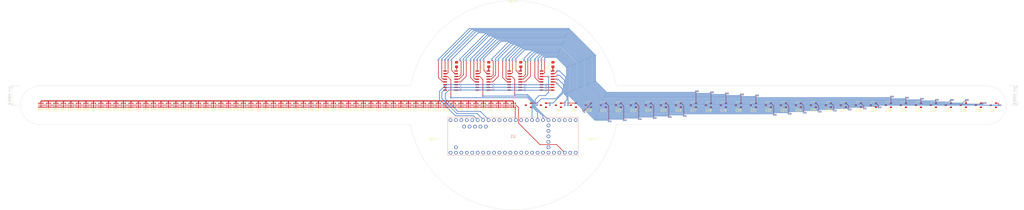
<source format=kicad_pcb>
(kicad_pcb (version 20221018) (generator pcbnew)
  (layers (0 "F.Cu" signal) (31 "B.Cu" signal) (34 "B.Paste" user) (35 "F.Paste" user) (36 "B.SilkS" user "B.Silkscreen") (37 "F.SilkS" user "F.Silkscreen") (38 "B.Mask" user) (39 "F.Mask" user) (44 "Edge.Cuts" user))
  (net 0 "")
  (net 1 "+5V")
  (net 2 "GND")
  (net 5 "Net-(D1-Pad5)")
  (net 18 "Net-(D1-Pad4)")
  (net 19 "Net-(U5-Pad3)")
  (net 33 "Net-(D21-Pad2)")
  (net 34 "Net-(D21-Pad3)")
  (net 35 "Net-(D25-Pad2)")
  (net 36 "Net-(D25-Pad3)")
  (net 37 "Net-(D26-Pad2)")
  (net 38 "Net-(D26-Pad3)")
  (net 39 "Net-(D28-Pad2)")
  (net 40 "Net-(D28-Pad3)")
  (net 41 "Net-(D48-Pad2)")
  (net 42 "Net-(D48-Pad3)")
  (net 43 "Net-(D49-Pad2)")
  (net 44 "Net-(D49-Pad3)")
  (net 45 "Net-(D51-Pad2)")
  (net 46 "Net-(D51-Pad3)")
  (net 47 "Net-(D53-Pad2)")
  (net 48 "Net-(D53-Pad3)")
  (net 49 "Net-(D57-Pad2)")
  (net 50 "Net-(D57-Pad3)")
  (net 51 "Net-(D58-Pad2)")
  (net 52 "Net-(D58-Pad3)")
  (net 53 "Net-(D62-Pad2)")
  (net 54 "Net-(D62-Pad3)")
  (net 55 "Net-(TP59-Pad1)")
  (net 56 "Net-(TP58-Pad1)")
  (net 57 "Net-(TP57-Pad1)")
  (net 58 "Net-(TP60-Pad1)")
  (net 59 "Net-(TP62-Pad1)")
  (net 60 "Net-(TP64-Pad1)")
  (net 61 "Net-(TP63-Pad1)")
  (net 62 "Net-(TP61-Pad1)")
  (net 63 "Net-(TP51-Pad1)")
  (net 64 "Net-(TP50-Pad1)")
  (net 67 "Net-(D1-Pad2)")
  (net 68 "Net-(D1-Pad3)")
  (net 69 "Net-(D2-Pad2)")
  (net 70 "Net-(D2-Pad3)")
  (net 71 "Net-(D3-Pad2)")
  (net 72 "Net-(D3-Pad3)")
  (net 73 "Net-(D4-Pad2)")
  (net 74 "Net-(D4-Pad3)")
  (net 75 "Net-(D5-Pad2)")
  (net 76 "Net-(D5-Pad3)")
  (net 77 "Net-(D6-Pad2)")
  (net 78 "Net-(D6-Pad3)")
  (net 79 "Net-(D7-Pad2)")
  (net 80 "Net-(D7-Pad3)")
  (net 81 "Net-(D8-Pad3)")
  (net 82 "Net-(D8-Pad2)")
  (net 83 "Net-(D10-Pad5)")
  (net 84 "Net-(D10-Pad4)")
  (net 85 "Net-(D10-Pad2)")
  (net 86 "Net-(D10-Pad3)")
  (net 87 "Net-(D11-Pad2)")
  (net 88 "Net-(D11-Pad3)")
  (net 89 "Net-(D12-Pad2)")
  (net 90 "Net-(D12-Pad3)")
  (net 91 "Net-(D13-Pad2)")
  (net 92 "Net-(D13-Pad3)")
  (net 93 "Net-(D14-Pad2)")
  (net 94 "Net-(D14-Pad3)")
  (net 95 "Net-(D15-Pad2)")
  (net 96 "Net-(D15-Pad3)")
  (net 97 "Net-(D16-Pad2)")
  (net 98 "Net-(D16-Pad3)")
  (net 99 "Net-(D17-Pad2)")
  (net 100 "Net-(D17-Pad3)")
  (net 101 "Net-(D18-Pad2)")
  (net 102 "Net-(D18-Pad3)")
  (net 103 "Net-(D19-Pad2)")
  (net 104 "Net-(D19-Pad3)")
  (net 105 "Net-(D20-Pad2)")
  (net 106 "Net-(D20-Pad3)")
  (net 107 "Net-(D22-Pad2)")
  (net 108 "Net-(D22-Pad3)")
  (net 109 "Net-(D23-Pad2)")
  (net 110 "Net-(D23-Pad3)")
  (net 111 "Net-(D24-Pad2)")
  (net 112 "Net-(D24-Pad3)")
  (net 113 "Net-(D27-Pad2)")
  (net 114 "Net-(D27-Pad3)")
  (net 115 "Net-(D29-Pad2)")
  (net 116 "Net-(D29-Pad3)")
  (net 117 "Net-(D30-Pad2)")
  (net 118 "Net-(D30-Pad3)")
  (net 119 "Net-(D31-Pad2)")
  (net 120 "Net-(D31-Pad3)")
  (net 121 "Net-(D33-Pad2)")
  (net 122 "Net-(D33-Pad3)")
  (net 123 "Net-(D34-Pad3)")
  (net 124 "Net-(D34-Pad2)")
  (net 125 "Net-(D35-Pad3)")
  (net 126 "Net-(D35-Pad2)")
  (net 127 "Net-(D37-Pad3)")
  (net 128 "Net-(D37-Pad2)")
  (net 129 "Net-(D38-Pad3)")
  (net 130 "Net-(D38-Pad2)")
  (net 131 "Net-(D39-Pad3)")
  (net 132 "Net-(D39-Pad2)")
  (net 133 "Net-(D40-Pad3)")
  (net 134 "Net-(D40-Pad2)")
  (net 135 "Net-(D42-Pad3)")
  (net 136 "Net-(D42-Pad2)")
  (net 137 "Net-(D44-Pad3)")
  (net 138 "Net-(D44-Pad2)")
  (net 139 "Net-(D45-Pad3)")
  (net 140 "Net-(D45-Pad2)")
  (net 141 "Net-(D46-Pad3)")
  (net 142 "Net-(D46-Pad2)")
  (net 143 "Net-(D47-Pad3)")
  (net 144 "Net-(D47-Pad2)")
  (net 145 "Net-(D50-Pad2)")
  (net 146 "Net-(D50-Pad3)")
  (net 147 "Net-(D52-Pad2)")
  (net 148 "Net-(D52-Pad3)")
  (net 149 "Net-(D54-Pad3)")
  (net 150 "Net-(D54-Pad2)")
  (net 151 "Net-(D55-Pad2)")
  (net 152 "Net-(D55-Pad3)")
  (net 153 "Net-(D56-Pad3)")
  (net 154 "Net-(D56-Pad2)")
  (net 155 "Net-(D60-Pad2)")
  (net 156 "Net-(D60-Pad3)")
  (net 157 "Net-(D61-Pad2)")
  (net 158 "Net-(D61-Pad3)")
  (net 159 "Net-(D63-Pad2)")
  (net 160 "Net-(D63-Pad3)")
  (net 161 "Net-(D32-Pad2)")
  (net 162 "Net-(D32-Pad3)")
  (net 163 "Net-(D36-Pad2)")
  (net 164 "Net-(D36-Pad3)")
  (net 165 "Net-(D41-Pad2)")
  (net 166 "Net-(D41-Pad3)")
  (net 167 "Net-(D43-Pad2)")
  (net 168 "Net-(D43-Pad3)")
  (net 169 "Net-(D59-Pad2)")
  (net 170 "Net-(D59-Pad3)")
  (net 171 "Net-(TP49-Pad1)")
  (net 172 "Net-(TP52-Pad1)")
  (net 173 "Net-(TP54-Pad1)")
  (net 174 "Net-(TP56-Pad1)")
  (net 175 "Net-(TP55-Pad1)")
  (net 176 "Net-(TP53-Pad1)")
  (net 177 "Net-(TP43-Pad1)")
  (net 178 "Net-(TP42-Pad1)")
  (net 179 "Net-(TP41-Pad1)")
  (net 180 "Net-(TP44-Pad1)")
  (net 181 "Net-(TP46-Pad1)")
  (net 182 "Net-(TP48-Pad1)")
  (net 183 "Net-(TP47-Pad1)")
  (net 184 "Net-(TP45-Pad1)")
  (net 185 "Net-(TP37-Pad1)")
  (net 186 "Net-(TP39-Pad1)")
  (net 187 "Net-(TP40-Pad1)")
  (net 188 "Net-(TP38-Pad1)")
  (net 189 "Net-(TP36-Pad1)")
  (net 190 "Net-(TP33-Pad1)")
  (net 191 "Net-(TP34-Pad1)")
  (net 192 "Net-(TP35-Pad1)")
  (net 193 "Net-(TP1-Pad1)")
  (net 194 "Net-(TP2-Pad1)")
  (net 195 "Net-(TP3-Pad1)")
  (net 196 "Net-(TP4-Pad1)")
  (net 197 "Net-(TP5-Pad1)")
  (net 198 "Net-(TP6-Pad1)")
  (net 199 "Net-(TP7-Pad1)")
  (net 200 "Net-(TP8-Pad1)")
  (net 201 "Net-(TP9-Pad1)")
  (net 202 "Net-(TP10-Pad1)")
  (net 203 "Net-(TP11-Pad1)")
  (net 204 "Net-(TP12-Pad1)")
  (net 205 "Net-(TP13-Pad1)")
  (net 206 "Net-(TP14-Pad1)")
  (net 207 "Net-(TP15-Pad1)")
  (net 208 "Net-(TP16-Pad1)")
  (net 209 "Net-(TP17-Pad1)")
  (net 210 "Net-(TP18-Pad1)")
  (net 211 "Net-(TP19-Pad1)")
  (net 212 "Net-(TP20-Pad1)")
  (net 213 "Net-(TP21-Pad1)")
  (net 214 "Net-(TP22-Pad1)")
  (net 215 "Net-(TP23-Pad1)")
  (net 216 "Net-(TP24-Pad1)")
  (net 217 "Net-(TP25-Pad1)")
  (net 218 "Net-(TP26-Pad1)")
  (net 219 "Net-(TP27-Pad1)")
  (net 220 "Net-(TP28-Pad1)")
  (net 221 "Net-(TP29-Pad1)")
  (net 222 "Net-(TP30-Pad1)")
  (net 223 "Net-(TP31-Pad1)")
  (net 224 "Net-(TP32-Pad1)")
  (net 230 "unconnected-(U1-Pad3)")
  (net 231 "Net-(U2-Pad11)")
  (net 232 "Net-(U2-Pad10)")
  (net 233 "Net-(U2-Pad9)")
  (net 242 "Net-(U4-Pad3)")
  (net 243 "Net-(U3-Pad3)")
  (net 244 "Net-(U2-Pad3)")
  (footprint "LED_SMD:LED-APA102-2020" (layer "F.Cu") (at -66.5 -70)
    (fp_text reference "D12")
    (fp_text value "APA102-2020")
  )
  (footprint "LED_SMD:LED-APA102-2020" (layer "F.Cu") (at -234.5 -70)
    (fp_text reference "D60")
    (fp_text value "APA102-2020")
  )
  (footprint "Package_TO_SOT_SMD:SOT-23W" (layer "F.Cu") (at -7 -70 180)
    (fp_text reference "U8")
    (fp_text value "SS39ET")
  )
  (footprint "Package_TO_SOT_SMD:SOT-23W" (layer "F.Cu") (at 161 -70 180)
    (fp_text reference "U32")
    (fp_text value "SS39ET")
  )
  (footprint "Package_TO_SOT_SMD:SOT-23W" (layer "F.Cu") (at 77 -70 180)
    (fp_text reference "U20")
    (fp_text value "SS39ET")
  )
  (footprint "LED_SMD:LED-APA102-2020" (layer "F.Cu") (at -248.5 -70)
    (fp_text reference "D64")
    (fp_text value "APA102-2020")
  )
  (footprint "LED_SMD:LED-APA102-2020" (layer "F.Cu") (at -220.5 -70)
    (fp_text reference "D56")
    (fp_text value "APA102-2020")
  )
  (footprint "LED_SMD:LED-APA102-2020" (layer "F.Cu") (at -73.5 -70)
    (fp_text reference "D14")
    (fp_text value "APA102-2020")
  )
  (footprint "LED_SMD:LED-APA102-2020" (layer "F.Cu") (at -185.5 -70)
    (fp_text reference "D46")
    (fp_text value "APA102-2020")
  )
  (footprint "LED_SMD:LED-APA102-2020" (layer "F.Cu") (at -122.5 -70)
    (fp_text reference "D28")
    (fp_text value "APA102-2020")
  )
  (footprint "LED_SMD:LED-APA102-2020" (layer "F.Cu") (at -63 -70)
    (fp_text reference "D11")
    (fp_text value "APA102-2020")
  )
  (footprint "Package_TO_SOT_SMD:SOT-23W" (layer "F.Cu") (at 133 -70 180)
    (fp_text reference "U28")
    (fp_text value "SS39ET")
  )
  (footprint "Package_TO_SOT_SMD:SOT-23W" (layer "F.Cu") (at 49 -70 180)
    (fp_text reference "U16")
    (fp_text value "SS39ET")
  )
  (footprint "Package_TO_SOT_SMD:SOT-23W" (layer "F.Cu") (at 126 -70 180)
    (fp_text reference "U27")
    (fp_text value "SS39ET")
  )
  (footprint "LED_SMD:LED-APA102-2020" (layer "F.Cu") (at -84 -70)
    (fp_text reference "D17")
    (fp_text value "APA102-2020")
  )
  (footprint "LED_SMD:LED-APA102-2020" (layer "F.Cu") (at -133 -70)
    (fp_text reference "D31")
    (fp_text value "APA102-2020")
  )
  (footprint "Package_TO_SOT_SMD:SOT-23W" (layer "F.Cu") (at 42 -70 180)
    (fp_text reference "U15")
    (fp_text value "SS39ET")
  )
  (footprint "LED_SMD:LED-APA102-2020" (layer "F.Cu") (at -245 -70)
    (fp_text reference "D63")
    (fp_text value "APA102-2020")
  )
  (footprint "Package_SO:SO-16_3.9x9.9mm_P1.27mm" (layer "F.Cu") (at -27.4 -81.5)
    (fp_text reference "U3")
    (fp_text value "74HCT4051")
  )
  (footprint "Package_TO_SOT_SMD:SOT-23W" (layer "F.Cu") (at 105 -70 180)
    (fp_text reference "U24")
    (fp_text value "SS39ET")
  )
  (footprint "LED_SMD:LED-APA102-2020" (layer "F.Cu") (at -175 -70)
    (fp_text reference "D43")
    (fp_text value "APA102-2020")
  )
  (footprint "LED_SMD:LED-APA102-2020" (layer "F.Cu") (at -119 -70)
    (fp_text reference "D27")
    (fp_text value "APA102-2020")
  )
  (footprint "LED_SMD:LED-APA102-2020" (layer "F.Cu") (at -168 -70)
    (fp_text reference "D41")
    (fp_text value "APA102-2020")
  )
  (footprint "LED_SMD:LED-APA102-2020" (layer "F.Cu") (at -164.5 -70)
    (fp_text reference "D40")
    (fp_text value "APA102-2020")
  )
  (footprint "Package_SO:SO-16_3.9x9.9mm_P1.27mm" (layer "F.Cu") (at -42.3 -81.5)
    (fp_text reference "U4")
    (fp_text value "74HCT4051")
  )
  (footprint "LED_SMD:LED-APA102-2020" (layer "F.Cu") (at -154 -70)
    (fp_text reference "D37")
    (fp_text value "APA102-2020")
  )
  (footprint "LED_SMD:LED-APA102-2020" (layer "F.Cu") (at -45.5 -70)
    (fp_text reference "D6")
    (fp_text value "APA102-2020")
  )
  (footprint "LED_SMD:LED-APA102-2020" (layer "F.Cu") (at -171.5 -70)
    (fp_text reference "D42")
    (fp_text value "APA102-2020")
  )
  (footprint "LED_SMD:LED-APA102-2020" (layer "F.Cu") (at -91 -70)
    (fp_text reference "D19")
    (fp_text value "APA102-2020")
  )
  (footprint "LED_SMD:LED-APA102-2020" (layer "F.Cu") (at -178.5 -70)
    (fp_text reference "D44")
    (fp_text value "APA102-2020")
  )
  (footprint "LED_SMD:LED-APA102-2020" (layer "F.Cu") (at -94.5 -70)
    (fp_text reference "D20")
    (fp_text value "APA102-2020")
  )
  (footprint "Package_TO_SOT_SMD:SOT-23W" (layer "F.Cu") (at 91 -70 180)
    (fp_text reference "U22")
    (fp_text value "SS39ET")
  )
  (footprint "Package_TO_SOT_SMD:SOT-23W" (layer "F.Cu") (at 14 -70 180)
    (fp_text reference "U11")
    (fp_text value "SS39ET")
  )
  (footprint "Package_TO_SOT_SMD:SOT-23W" (layer "F.Cu") (at 7 -70 180)
    (fp_text reference "U10")
    (fp_text value "SS39ET")
  )
  (footprint "Package_TO_SOT_SMD:SOT-23W" (layer "F.Cu") (at 56 -70 180)
    (fp_text reference "U17")
    (fp_text value "SS39ET")
  )
  (footprint "LED_SMD:LED-APA102-2020" (layer "F.Cu") (at -49 -70)
    (fp_text reference "D7")
    (fp_text value "APA102-2020")
  )
  (footprint "Package_TO_SOT_SMD:SOT-23W" (layer "F.Cu") (at -21 -70 180)
    (fp_text reference "U6")
    (fp_text value "SS39ET")
  )
  (footprint "Package_TO_SOT_SMD:SOT-23W" (layer "F.Cu") (at 98 -70 180)
    (fp_text reference "U23")
    (fp_text value "SS39ET")
  )
  (footprint "LED_SMD:LED-APA102-2020" (layer "F.Cu") (at -126 -70)
    (fp_text reference "D29")
    (fp_text value "APA102-2020")
  )
  (footprint "LED_SMD:LED-APA102-2020" (layer "F.Cu") (at -136.5 -70)
    (fp_text reference "D32")
    (fp_text value "APA102-2020")
  )
  (footprint "LED_SMD:LED-APA102-2020" (layer "F.Cu") (at -213.5 -70)
    (fp_text reference "D54")
    (fp_text value "APA102-2020")
  )
  (footprint "Package_TO_SOT_SMD:SOT-23W" (layer "F.Cu") (at 70 -70 180)
    (fp_text reference "U19")
    (fp_text value "SS39ET")
  )
  (footprint "MountingHole:MountingHole_4.3mm_M4" (layer "F.Cu") (at -65.14 -48.59)
    (fp_text reference "REF**")
    (fp_text value "MountingHole_4.3mm_M4")
  )
  (footprint "Package_TO_SOT_SMD:SOT-23W" (layer "F.Cu") (at 28 -70 180)
    (fp_text reference "U13")
    (fp_text value "SS39ET")
  )
  (footprint "LED_SMD:LED-APA102-2020" (layer "F.Cu") (at -108.5 -70)
    (fp_text reference "D24")
    (fp_text value "APA102-2020")
  )
  (footprint "MountingHole:MountingHole_4.3mm_M4" (layer "F.Cu") (at -28 -112.8)
    (fp_text reference "REF**")
    (fp_text value "MountingHole_4.3mm_M4")
  )
  (footprint "Package_TO_SOT_SMD:SOT-23W" (layer "F.Cu") (at 196 -70 180)
    (fp_text reference "U37")
    (fp_text value "SS39ET")
  )
  (footprint "Package_TO_SOT_SMD:SOT-23W" (layer "F.Cu") (at 182 -70 180)
    (fp_text reference "U35")
    (fp_text value "SS39ET")
  )
  (footprint "LED_SMD:LED-APA102-2020" (layer "F.Cu") (at -31.5 -70)
    (fp_text reference "D2")
    (fp_text value "APA102-2020")
  )
  (footprint "LED_SMD:LED-APA102-2020" (layer "F.Cu") (at -105 -70)
    (fp_text reference "D23")
    (fp_text value "APA102-2020")
  )
  (footprint "LED_SMD:LED-APA102-2020" (layer "F.Cu") (at -189 -70)
    (fp_text reference "D47")
    (fp_text value "APA102-2020")
  )
  (footprint "LED_SMD:LED-APA102-2020" (layer "F.Cu") (at -80.5 -70)
    (fp_text reference "D16")
    (fp_text value "APA102-2020")
  )
  (footprint "MountingHole:MountingHole_4.3mm_M4" (layer "F.Cu") (at 9.103086 -48.561459)
    (fp_text reference "REF**")
    (fp_text value "MountingHole_4.3mm_M4")
  )
  (footprint "Package_TO_SOT_SMD:SOT-23W" (layer "F.Cu") (at 84 -70 180)
    (fp_text reference "U21")
    (fp_text value "SS39ET")
  )
  (footprint "Capacitor_SMD:C_0805_2012Metric_Pad1.18x1.45mm_HandSolder" (layer "F.Cu") (at -9.55 -89 90)
    (fp_text reference "C1")
    (fp_text value "0.1µF")
  )
  (footprint "Capacitor_SMD:C_0805_2012Metric_Pad1.18x1.45mm_HandSolder" (layer "F.Cu") (at -54.55 -89 90)
    (fp_text reference "C4")
    (fp_text value "0.1µF")
  )
  (footprint "LED_SMD:LED-APA102-2020" (layer "F.Cu") (at -199.5 -70)
    (fp_text reference "D50")
    (fp_text value "APA102-2020")
  )
  (footprint "LED_SMD:LED-APA102-2020" (layer "F.Cu") (at -52.5 -70)
    (fp_text reference "D8")
    (fp_text value "APA102-2020")
  )
  (footprint "Package_TO_SOT_SMD:SOT-23W" (layer "F.Cu") (at 0 -70 180)
    (fp_text reference "U9")
    (fp_text value "SS39ET")
  )
  (footprint "LED_SMD:LED-APA102-2020" (layer "F.Cu") (at -157.5 -70)
    (fp_text reference "D38")
    (fp_text value "APA102-2020")
  )
  (footprint "Package_SO:SO-16_3.9x9.9mm_P1.27mm" (layer "F.Cu") (at -12.3 -81.5)
    (fp_text reference "U2")
    (fp_text value "74HCT4051")
  )
  (footprint "LED_SMD:LED-APA102-2020" (layer "F.Cu") (at -77 -70)
    (fp_text reference "D15")
    (fp_text value "APA102-2020")
  )
  (footprint "LED_SMD:LED-APA102-2020" (layer "F.Cu") (at -35 -70)
    (fp_text reference "D3")
    (fp_text value "APA102-2020")
  )
  (footprint "LED_SMD:LED-APA102-2020" (layer "F.Cu") (at -143.5 -70)
    (fp_text reference "D34")
    (fp_text value "APA102-2020")
  )
  (footprint "Capacitor_SMD:C_0805_2012Metric_Pad1.18x1.45mm_HandSolder" (layer "F.Cu") (at -39.5 -89 90)
    (fp_text reference "C3")
    (fp_text value "0.1µF")
  )
  (footprint "LED_SMD:LED-APA102-2020" (layer "F.Cu") (at -98 -70)
    (fp_text reference "D21")
    (fp_text value "APA102-2020")
  )
  (footprint "LED_SMD:LED-APA102-2020" (layer "F.Cu") (at -182 -70)
    (fp_text reference "D45")
    (fp_text value "APA102-2020")
  )
  (footprint "Package_TO_SOT_SMD:SOT-23W" (layer "F.Cu") (at 63 -70 180)
    (fp_text reference "U18")
    (fp_text value "SS39ET")
  )
  (footprint "LED_SMD:LED-APA102-2020" (layer "F.Cu") (at -196 -70)
    (fp_text reference "D49")
    (fp_text value "APA102-2020")
  )
  (footprint "Package_SO:SO-16_3.9x9.9mm_P1.27mm" (layer "F.Cu") (at -57.3 -81.5)
    (fp_text reference "U5")
    (fp_text value "74HCT4051")
  )
  (footprint "LED_SMD:LED-APA102-2020" (layer "F.Cu") (at -101.5 -70)
    (fp_text reference "D22")
    (fp_text value "APA102-2020")
  )
  (footprint "LED_SMD:LED-APA102-2020" (layer "F.Cu") (at -203 -70)
    (fp_text reference "D51")
    (fp_text value "APA102-2020")
  )
  (footprint "Package_TO_SOT_SMD:SOT-23W" (layer "F.Cu") (at -14 -70 180)
    (fp_text reference "U7")
    (fp_text value "SS39ET")
  )
  (footprint "LED_SMD:LED-APA102-2020" (layer "F.Cu") (at -115.5 -70)
    (fp_text reference "D26")
    (fp_text value "APA102-2020")
  )
  (footprint "LED_SMD:LED-APA102-2020" (layer "F.Cu") (at -42 -70)
    (fp_text reference "D5")
    (fp_text value "APA102-2020")
  )
  (footprint "LED_SMD:LED-APA102-2020" (layer "F.Cu") (at -70 -70)
    (fp_text reference "D13")
    (fp_text value "APA102-2020")
  )
  (footprint "LED_SMD:LED-APA102-2020" (layer "F.Cu") (at -210 -70)
    (fp_text reference "D53")
    (fp_text value "APA102-2020")
  )
  (footprint "Package_TO_SOT_SMD:SOT-23W" (layer "F.Cu") (at 21 -70 180)
    (fp_text reference "U12")
    (fp_text value "SS39ET")
  )
  (footprint "LED_SMD:LED-APA102-2020" (layer "F.Cu") (at -59.5 -70)
    (fp_text reference "D10")
    (fp_text value "APA102-2020")
  )
  (footprint "LED_SMD:LED-APA102-2020" (layer "F.Cu") (at -217 -70)
    (fp_text reference "D55")
    (fp_text value "APA102-2020")
  )
  (footprint "Package_TO_SOT_SMD:SOT-23W" (layer "F.Cu") (at 189 -70 180)
    (fp_text reference "U36")
    (fp_text value "SS39ET")
  )
  (footprint "LED_SMD:LED-APA102-2020" (layer "F.Cu") (at -238 -70)
    (fp_text reference "D61")
    (fp_text value "APA102-2020")
  )
  (footprint "Package_TO_SOT_SMD:SOT-23W" (layer "F.Cu") (at 154 -70 180)
    (fp_text reference "U31")
    (fp_text value "SS39ET")
  )
  (footprint "Package_TO_SOT_SMD:SOT-23W" (layer "F.Cu") (at 140 -70 180)
    (fp_text reference "U29")
    (fp_text value "SS39ET")
  )
  (footprint "Package_TO_SOT_SMD:SOT-23W" (layer "F.Cu") (at 168 -70 180)
    (fp_text reference "U33")
    (fp_text value "SS39ET")
  )
  (footprint "LED_SMD:LED-APA102-2020" (layer "F.Cu") (at -206.5 -70)
    (fp_text reference "D52")
    (fp_text value "APA102-2020")
  )
  (footprint "LED_SMD:LED-APA102-2020" (layer "F.Cu") (at -192.5 -70)
    (fp_text reference "D48")
    (fp_text value "APA102-2020")
  )
  (footprint "LED_SMD:LED-APA102-2020" (layer "F.Cu") (at -231 -70)
    (fp_text reference "D59")
    (fp_text value "APA102-2020")
  )
  (footprint "LED_SMD:LED-APA102-2020" (layer "F.Cu") (at -140 -70)
    (fp_text reference "D33")
    (fp_text value "APA102-2020")
  )
  (footprint "LED_SMD:LED-APA102-2020" (layer "F.Cu") (at -28 -70)
    (fp_text reference "D1")
    (fp_text value "APA102-2020")
  )
  (footprint "Package_TO_SOT_SMD:SOT-23W" (layer "F.Cu") (at 119 -70 180)
    (fp_text reference "U26")
    (fp_text value "SS39ET")
  )
  (footprint "LED_SMD:LED-APA102-2020" (layer "F.Cu") (at -56 -70)
    (fp_text reference "D9")
    (fp_text value "APA102-2020")
  )
  (footprint "Package_TO_SOT_SMD:SOT-23W" (layer "F.Cu") (at 147 -70 180)
    (fp_text reference "U30")
    (fp_text value "SS39ET")
  )
  (footprint "LED_SMD:LED-APA102-2020" (layer "F.Cu") (at -87.5 -70)
    (fp_text reference "D18")
    (fp_text value "APA102-2020")
  )
  (footprint "LED_SMD:LED-APA102-2020" (layer "F.Cu") (at -224 -70)
    (fp_text reference "D57")
    (fp_text value "APA102-2020")
  )
  (footprint "Package_TO_SOT_SMD:SOT-23W" (layer "F.Cu") (at 175 -70 180)
    (fp_text reference "U34")
    (fp_text value "SS39ET")
  )
  (footprint "LED_SMD:LED-APA102-2020" (layer "F.Cu") (at -112 -70)
    (fp_text reference "D25")
    (fp_text value "APA102-2020")
  )
  (footprint "LED_SMD:LED-APA102-2020" (layer "F.Cu") (at -227.5 -70)
    (fp_text reference "D58")
    (fp_text value "APA102-2020")
  )
  (footprint "Package_TO_SOT_SMD:SOT-23W" (layer "F.Cu") (at 112 -70 180)
    (fp_text reference "U25")
    (fp_text value "SS39ET")
  )
  (footprint "LED_SMD:LED-APA102-2020" (layer "F.Cu") (at -150.5 -70)
    (fp_text reference "D36")
    (fp_text value "APA102-2020")
  )
  (footprint "LED_SMD:LED-APA102-2020" (layer "F.Cu") (at -161 -70)
    (fp_text reference "D39")
    (fp_text value "APA102-2020")
  )
  (footprint "Capacitor_SMD:C_0805_2012Metric_Pad1.18x1.45mm_HandSolder" (layer "F.Cu") (at -24.55 -89 90)
    (fp_text reference "C2")
    (fp_text value "0.1µF")
  )
  (footprint "LED_SMD:LED-APA102-2020" (layer "F.Cu") (at -38.5 -70)
    (fp_text reference "D4")
    (fp_text value "APA102-2020")
  )
  (footprint "LED_SMD:LED-APA102-2020" (layer "F.Cu") (at -129.5 -70)
    (fp_text reference "D30")
    (fp_text value "APA102-2020")
  )
  (footprint "LED_SMD:LED-APA102-2020" (layer "F.Cu") (at -147 -70)
    (fp_text reference "D35")
    (fp_text value "APA102-2020")
  )
  (footprint "LED_SMD:LED-APA102-2020" (layer "F.Cu") (at -241.5 -70)
    (fp_text reference "D62")
    (fp_text value "APA102-2020")
  )
  (footprint "Package_TO_SOT_SMD:SOT-23W" (layer "F.Cu") (at 35 -70 180)
    (fp_text reference "U14")
    (fp_text value "SS39ET")
  )
  (footprint "Downloaded:TEENSY41" (layer "B.Cu") (at -52.28 -63.07)
    (fp_text reference "U1")
    (fp_text value "Teensy4.1")
  )
  (gr_arc (start -75.999999 -79) (mid -28 -118.836461) (end 19.999999 -79) (stroke (width 0.1)) (layer "Edge.Cuts"))
  (gr_line (start -249 -61) (end -76 -61) (stroke (width 0.1)) (layer "Edge.Cuts"))
  (gr_arc (start 19.999999 -61) (mid -28 -21.163539) (end -75.999999 -61) (stroke (width 0.1)) (layer "Edge.Cuts"))
  (gr_arc (start -258 -70) (mid -255.363961 -76.363961) (end -249 -79) (stroke (width 0.1)) (layer "Edge.Cuts"))
  (gr_line (start 20 -79) (end 193 -79) (stroke (width 0.1)) (layer "Edge.Cuts"))
  (gr_line (start 193 -61) (end 20 -61) (stroke (width 0.1)) (layer "Edge.Cuts"))
  (gr_arc (start 193 -79) (mid 199.363961 -76.363961) (end 202 -70) (stroke (width 0.1)) (layer "Edge.Cuts"))
  (gr_arc (start 202 -70) (mid 199.363961 -63.636039) (end 193 -61) (stroke (width 0.1)) (layer "Edge.Cuts"))
  (gr_arc (start -249 -61) (mid -255.363961 -63.636039) (end -258 -70) (stroke (width 0.1)) (layer "Edge.Cuts"))
  (gr_line (start -249 -79) (end -76 -79) (stroke (width 0.1)) (layer "Edge.Cuts"))
  (dimension (type aligned) (layer "Edge.Cuts") (pts (xy 203 -70) (xy 203 -79)) (height 4) (gr_text "9,0000 mm" (at 205.85 -74.5 90) (layer "Edge.Cuts") (effects (font (size 1 1) (thickness 0.15)))) (format (prefix "") (suffix "") (units 3) (units_format 1) (precision 4)) (style (thickness 0.1) (arrow_length 1.27) (text_position_mode 0) (extension_height 0.58642) (extension_offset 0.5) keep_text_aligned))
  (dimension (type aligned) (layer "Edge.Cuts") (pts (xy -258 -70) (xy -258 -79)) (height -4) (gr_text "9,0000 mm" (at -263.15 -74.5 90) (layer "Edge.Cuts") (effects (font (size 1 1) (thickness 0.15)))) (format (prefix "") (suffix "") (units 3) (units_format 1) (precision 4)) (style (thickness 0.1) (arrow_length 1.27) (text_position_mode 0) (extension_height 0.58642) (extension_offset 0.5) keep_text_aligned))
  (segment (start -108.5 -71.7) (end -108.2 -72) (width 0.5) (layer "F.Cu") (net 1))
  (segment (start -175 -70.83) (end -175 -71.7) (width 0.5) (layer "F.Cu") (net 1))
  (segment (start -206.5 -71.7) (end -206.2 -72) (width 0.5) (layer "F.Cu") (net 1))
  (segment (start -70 -71.7) (end -69.7 -72) (width 0.5) (layer "F.Cu") (net 1))
  (segment (start -35 -71.7) (end -34.7 -72) (width 0.5) (layer "F.Cu") (net 1))
  (segment (start -31.5 -71.7) (end -31.2 -72) (width 0.5) (layer "F.Cu") (net 1))
  (segment (start -91 -71.7) (end -90.7 -72) (width 0.5) (layer "F.Cu") (net 1))
  (segment (start -178.5 -70.83) (end -178.5 -71.7) (width 0.5) (layer "F.Cu") (net 1))
  (segment (start -182 -71.7) (end -181.7 -72) (width 0.5) (layer "F.Cu") (net 1))
  (segment (start -178.5 -71.7) (end -178.2 -72) (width 0.5) (layer "F.Cu") (net 1))
  (segment (start -164.5 -71.7) (end -164.2 -72) (width 0.5) (layer "F.Cu") (net 1))
  (segment (start -241.5 -71.7) (end -241.2 -72) (width 0.5) (layer "F.Cu") (net 1))
  (segment (start -147 -70.83) (end -147 -71.7) (width 0.5) (layer "F.Cu") (net 1))
  (segment (start -241.2 -72) (end -237.7 -72) (width 0.5) (layer "F.Cu") (net 1))
  (segment (start -245 -71.7) (end -244.7 -72) (width 0.5) (layer "F.Cu") (net 1))
  (segment (start -182 -70.83) (end -182 -71.7) (width 0.5) (layer "F.Cu") (net 1))
  (segment (start -210 -70.83) (end -210 -71.7) (width 0.5) (layer "F.Cu") (net 1))
  (segment (start -223.7 -72) (end -220.2 -72) (width 0.5) (layer "F.Cu") (net 1))
  (segment (start -136.5 -71.7) (end -136.2 -72) (width 0.5) (layer "F.Cu") (net 1))
  (segment (start -143.5 -71.7) (end -143.2 -72) (width 0.5) (layer "F.Cu") (net 1))
  (segment (start -133 -70.83) (end -133 -71.7) (width 0.5) (layer "F.Cu") (net 1))
  (segment (start -220.2 -72) (end -216.7 -72) (width 0.5) (layer "F.Cu") (net 1))
  (segment (start -133 -71.7) (end -132.7 -72) (width 0.5) (layer "F.Cu") (net 1))
  (segment (start -28.3 -72) (end -28 -71.7) (width 0.5) (layer "F.Cu") (net 1))
  (segment (start -84 -70.83) (end -84 -71.7) (width 0.5) (layer "F.Cu") (net 1))
  (segment (start -105 -71.7) (end -104.7 -72) (width 0.5) (layer "F.Cu") (net 1))
  (segment (start -140 -70.83) (end -140 -71.7) (width 0.5) (layer "F.Cu") (net 1))
  (segment (start -112 -71.7) (end -111.7 -72) (width 0.5) (layer "F.Cu") (net 1))
  (segment (start -119 -71.7) (end -118.7 -72) (width 0.5) (layer "F.Cu") (net 1))
  (segment (start -115.5 -71.7) (end -115.2 -72) (width 0.5) (layer "F.Cu") (net 1))
  (segment (start -140 -71.7) (end -139.7 -72) (width 0.5) (layer "F.Cu") (net 1))
  (segment (start -94.5 -70.83) (end -94.5 -71.7) (width 0.5) (layer "F.Cu") (net 1))
  (segment (start -119 -70.83) (end -119 -71.7) (width 0.5) (layer "F.Cu") (net 1))
  (segment (start -136.5 -70.83) (end -136.5 -71.7) (width 0.5) (layer "F.Cu") (net 1))
  (segment (start -154 -71.7) (end -153.7 -72) (width 0.5) (layer "F.Cu") (net 1))
  (segment (start -154 -70.83) (end -154 -71.7) (width 0.5) (layer "F.Cu") (net 1))
  (segment (start -199.5 -71.7) (end -199.2 -72) (width 0.5) (layer "F.Cu") (net 1))
  (segment (start -77 -71.7) (end -76.7 -72) (width 0.5) (layer "F.Cu") (net 1))
  (segment (start -213.5 -71.7) (end -213.2 -72) (width 0.5) (layer "F.Cu") (net 1))
  (segment (start -185.2 -72) (end -181.7 -72) (width 0.5) (layer "F.Cu") (net 1))
  (segment (start -105 -70.83) (end -105 -71.7) (width 0.5) (layer "F.Cu") (net 1))
  (segment (start -181.7 -72) (end -178.2 -72) (width 0.5) (layer "F.Cu") (net 1))
  (segment (start -56 -70.83) (end -56 -71.7) (width 0.5) (layer "F.Cu") (net 1))
  (segment (start -49 -70.83) (end -49 -71.7) (width 0.5) (layer "F.Cu") (net 1))
  (segment (start -168 -70.83) (end -168 -71.7) (width 0.5) (layer "F.Cu") (net 1))
  (segment (start -160.7 -72) (end -157.2 -72) (width 0.5) (layer "F.Cu") (net 1))
  (segment (start -224 -70.83) (end -224 -71.7) (width 0.5) (layer "F.Cu") (net 1))
  (segment (start -196 -70.83) (end -196 -71.7) (width 0.5) (layer "F.Cu") (net 1))
  (segment (start -231 -70.83) (end -231 -71.7) (width 0.5) (layer "F.Cu") (net 1))
  (segment (start -126 -71.7) (end -125.7 -72) (width 0.5) (layer "F.Cu") (net 1))
  (segment (start -230.7 -72) (end -227.2 -72) (width 0.5) (layer "F.Cu") (net 1))
  (segment (start -38.5 -71.7) (end -38.2 -72) (width 0.5) (layer "F.Cu") (net 1))
  (segment (start -91 -70.83) (end -91 -71.7) (width 0.5) (layer "F.Cu") (net 1))
  (segment (start -202.7 -72) (end -199.2 -72) (width 0.5) (layer "F.Cu") (net 1))
  (segment (start -248.5 -70.83) (end -248.5 -71.7) (width 0.5) (layer "F.Cu") (net 1))
  (segment (start -101.5 -70.83) (end -101.5 -71.7) (width 0.5) (layer "F.Cu") (net 1))
  (segment (start -234.5 -70.83) (end -234.5 -71.7) (width 0.5) (layer "F.Cu") (net 1))
  (segment (start -217 -70.83) (end -217 -71.7) (width 0.5) (layer "F.Cu") (net 1))
  (segment (start -98 -70.83) (end -98 -71.7) (width 0.5) (layer "F.Cu") (net 1))
  (segment (start -185.5 -70.83) (end -185.5 -71.7) (width 0.5) (layer "F.Cu") (net 1))
  (segment (start -238 -71.7) (end -237.7 -72) (width 0.5) (layer "F.Cu") (net 1))
  (segment (start -203 -70.83) (end -203 -71.7) (width 0.5) (layer "F.Cu") (net 1))
  (segment (start -171.2 -72) (end -167.7 -72) (width 0.5) (layer "F.Cu") (net 1))
  (segment (start -84 -71.7) (end -83.7 -72) (width 0.5) (layer "F.Cu") (net 1))
  (segment (start -122.5 -71.7) (end -122.2 -72) (width 0.5) (layer "F.Cu") (net 1))
  (segment (start -66.5 -71.7) (end -66.2 -72) (width 0.5) (layer "F.Cu") (net 1))
  (segment (start -42 -70.83) (end -42 -71.7) (width 0.5) (layer "F.Cu") (net 1))
  (segment (start -192.2 -72) (end -188.7 -72) (width 0.5) (layer "F.Cu") (net 1))
  (segment (start -188.7 -72) (end -185.2 -72) (width 0.5) (layer "F.Cu") (net 1))
  (segment (start -199.5 -70.83) (end -199.5 -71.7) (width 0.5) (layer "F.Cu") (net 1))
  (segment (start -150.5 -70.83) (end -150.5 -71.7) (width 0.5) (layer "F.Cu") (net 1))
  (segment (start -189 -70.83) (end -189 -71.7) (width 0.5) (layer "F.Cu") (net 1))
  (segment (start -174.7 -72) (end -171.2 -72) (width 0.5) (layer "F.Cu") (net 1))
  (segment (start -161 -70.83) (end -161 -71.7) (width 0.5) (layer "F.Cu") (net 1))
  (segment (start -227.2 -72) (end -223.7 -72) (width 0.5) (layer "F.Cu") (net 1))
  (segment (start -129.5 -70.83) (end -129.5 -71.7) (width 0.5) (layer "F.Cu") (net 1))
  (segment (start -63 -71.7) (end -62.7 -72) (width 0.5) (layer "F.Cu") (net 1))
  (segment (start -178.2 -72) (end -174.7 -72) (width 0.5) (layer "F.Cu") (net 1))
  (segment (start -227.5 -71.7) (end -227.2 -72) (width 0.5) (layer "F.Cu") (net 1))
  (segment (start -167.7 -72) (end -164.2 -72) (width 0.5) (layer "F.Cu") (net 1))
  (segment (start -35 -70.83) (end -35 -71.7) (width 0.5) (layer "F.Cu") (net 1))
  (segment (start -209.7 -72) (end -206.2 -72) (width 0.5) (layer "F.Cu") (net 1))
  (segment (start 196.95 -69.05) (end 197 -69) (width 0.5) (layer "F.Cu") (net 1))
  (segment (start -101.5 -71.7) (end -101.2 -72) (width 0.5) (layer "F.Cu") (net 1))
  (segment (start -45.5 -71.7) (end -45.2 -72) (width 0.5) (layer "F.Cu") (net 1))
  (segment (start -80.5 -70.83) (end -80.5 -71.7) (width 0.5) (layer "F.Cu") (net 1))
  (segment (start -234.5 -71.7) (end -234.2 -72) (width 0.5) (layer "F.Cu") (net 1))
  (segment (start -161 -71.7) (end -160.7 -72) (width 0.5) (layer "F.Cu") (net 1))
  (segment (start -213.5 -70.83) (end -213.5 -71.7) (width 0.5) (layer "F.Cu") (net 1))
  (segment (start -220.5 -71.7) (end -220.2 -72) (width 0.5) (layer "F.Cu") (net 1))
  (segment (start -175 -71.7) (end -174.7 -72) (width 0.5) (layer "F.Cu") (net 1))
  (segment (start -157.2 -72) (end -153.7 -72) (width 0.5) (layer "F.Cu") (net 1))
  (segment (start -192.5 -70.83) (end -192.5 -71.7) (width 0.5) (layer "F.Cu") (net 1))
  (segment (start -244.7 -72) (end -241.2 -72) (width 0.5) (layer "F.Cu") (net 1))
  (segment (start -52.5 -70.83) (end -52.5 -71.7) (width 0.5) (layer "F.Cu") (net 1))
  (segment (start -80.5 -71.7) (end -80.2 -72) (width 0.5) (layer "F.Cu") (net 1))
  (segment (start -9.55 -87.9625) (end -9.55 -86.12) (width 0.5) (layer "F.Cu") (net 1))
  (segment (start -59.5 -70.83) (end -59.5 -71.7) (width 0.5) (layer "F.Cu") (net 1))
  (segment (start -115.5 -70.83) (end -115.5 -71.7) (width 0.5) (layer "F.Cu") (net 1))
  (segment (start -56 -71.7) (end -55.7 -72) (width 0.5) (layer "F.Cu") (net 1))
  (segment (start -52.5 -71.7) (end -52.2 -72) (width 0.5) (layer "F.Cu") (net 1))
  (segment (start -129.5 -71.7) (end -129.2 -72) (width 0.5) (layer "F.Cu") (net 1))
  (segment (start -213.2 -72) (end -209.7 -72) (width 0.5) (layer "F.Cu") (net 1))
  (segment (start -31.5 -70.83) (end -31.5 -71.7) (width 0.5) (layer "F.Cu") (net 1))
  (segment (start -157.5 -71.7) (end -157.2 -72) (width 0.5) (layer "F.Cu") (net 1))
  (segment (start -70 -70.83) (end -70 -71.7) (width 0.5) (layer "F.Cu") (net 1))
  (segment (start -164.5 -70.83) (end -164.5 -71.7) (width 0.5) (layer "F.Cu") (net 1))
  (segment (start -238 -70.83) (end -238 -71.7) (width 0.5) (layer "F.Cu") (net 1))
  (segment (start -234.2 -72) (end -230.7 -72) (width 0.5) (layer "F.Cu") (net 1))
  (segment (start -216.7 -72) (end -213.2 -72) (width 0.5) (layer "F.Cu") (net 1))
  (segment (start -45.5 -70.83) (end -45.5 -71.7) (width 0.5) (layer "F.Cu") (net 1))
  (segment (start -199.2 -72) (end -195.7 -72) (width 0.5) (layer "F.Cu") (net 1))
  (segment (start -39.55 -87.9625) (end -39.55 -86.12) (width 0.5) (layer "F.Cu") (net 1))
  (segment (start -38.5 -70.83) (end -38.5 -71.7) (width 0.5) (layer "F.Cu") (net 1))
  (segment (start -224 -71.7) (end -223.7 -72) (width 0.5) (layer "F.Cu") (net 1))
  (segment (start -168 -71.7) (end -167.7 -72) (width 0.5) (layer "F.Cu") (net 1))
  (segment (start -171.5 -71.7) (end -171.2 -72) (width 0.5) (layer "F.Cu") (net 1))
  (segment (start -66.5 -70.83) (end -66.5 -71.7) (width 0.5) (layer "F.Cu") (net 1))
  (segment (start -203 -71.7) (end -202.7 -72) (width 0.5) (layer "F.Cu") (net 1))
  (segment (start -210 -71.7) (end -209.7 -72) (width 0.5) (layer "F.Cu") (net 1))
  (segment (start -87.5 -70.83) (end -87.5 -71.7) (width 0.5) (layer "F.Cu") (net 1))
  (segment (start -28 -71.7) (end -28 -70.83) (width 0.5) (layer "F.Cu") (net 1))
  (segment (start -237.7 -72) (end -234.2 -72) (width 0.5) (layer "F.Cu") (net 1))
  (segment (start -122.5 -70.83) (end -122.5 -71.7) (width 0.5) (layer "F.Cu") (net 1))
  (segment (start -94.5 -71.7) (end -94.2 -72) (width 0.5) (layer "F.Cu") (net 1))
  (segment (start -195.7 -72) (end -192.2 -72) (width 0.5) (layer "F.Cu") (net 1))
  (segment (start -248.5 -71.7) (end -248.2 -72) (width 0.5) (layer "F.Cu") (net 1))
  (segment (start -63 -70.83) (end -63 -71.7) (width 0.5) (layer "F.Cu") (net 1))
  (segment (start -42 -71.7) (end -41.7 -72) (width 0.5) (layer "F.Cu") (net 1))
  (segment (start -206.5 -70.83) (end -206.5 -71.7) (width 0.5) (layer "F.Cu") (net 1))
  (segment (start -98 -71.7) (end -97.7 -72) (width 0.5) (layer "F.Cu") (net 1))
  (segment (start -153.7 -72) (end -28.3 -72) (width 0.5) (layer "F.Cu") (net 1))
  (segment (start -24.55 -87.9625) (end -24.55 -86.12) (width 0.5) (layer "F.Cu") (net 1))
  (segment (start -192.5 -71.7) (end -192.2 -72) (width 0.5) (layer "F.Cu") (net 1))
  (segment (start -87.5 -71.7) (end -87.2 -72) (width 0.5) (layer "F.Cu") (net 1))
  (segment (start -245 -70.83) (end -245 -71.7) (width 0.5) (layer "F.Cu") (net 1))
  (segment (start -227.5 -70.83) (end -227.5 -71.7) (width 0.5) (layer "F.Cu") (net 1))
  (segment (start -108.5 -70.83) (end -108.5 -71.7) (width 0.5) (layer "F.Cu") (net 1))
  (segment (start -157.5 -70.83) (end -157.5 -71.7) (width 0.5) (layer "F.Cu") (net 1))
  (segment (start -49 -71.7) (end -48.7 -72) (width 0.5) (layer "F.Cu") (net 1))
  (segment (start -126 -70.83) (end -126 -71.7) (width 0.5) (layer "F.Cu") (net 1))
  (segment (start -196 -71.7) (end -195.7 -72) (width 0.5) (layer "F.Cu") (net 1))
  (segment (start -217 -71.7) (end -216.7 -72) (width 0.5) (layer "F.Cu") (net 1))
  (segment (start -185.5 -71.7) (end -185.2 -72) (width 0.5) (layer "F.Cu") (net 1))
  (segment (start -77 -70.83) (end -77 -71.7) (width 0.5) (layer "F.Cu") (net 1))
  (segment (start -220.5 -70.83) (end -220.5 -71.7) (width 0.5) (layer "F.Cu") (net 1))
  (segment (start -147 -71.7) (end -146.7 -72) (width 0.5) (layer "F.Cu") (net 1))
  (segment (start -206.2 -72) (end -202.7 -72) (width 0.5) (layer "F.Cu") (net 1))
  (segment (start -54.55 -87.9625) (end -54.55 -86.12) (width 0.5) (layer "F.Cu") (net 1))
  (segment (start -189 -71.7) (end -188.7 -72) (width 0.5) (layer "F.Cu") (net 1))
  (segment (start -73.5 -70.83) (end -73.5 -71.7) (width 0.5) (layer "F.Cu") (net 1))
  (segment (start -164.2 -72) (end -160.7 -72) (width 0.5) (layer "F.Cu") (net 1))
  (segment (start -231 -71.7) (end -230.7 -72) (width 0.5) (layer "F.Cu") (net 1))
  (segment (start -241.5 -70.83) (end -241.5 -71.7) (width 0.5) (layer "F.Cu") (net 1))
  (segment (start -59.5 -71.7) (end -59.2 -72) (width 0.5) (layer "F.Cu") (net 1))
  (segment (start -150.5 -71.7) (end -150.2 -72) (width 0.5) (layer "F.Cu") (net 1))
  (segment (start -73.5 -71.7) (end -73.2 -72) (width 0.5) (layer "F.Cu") (net 1))
  (segment (start -112 -70.83) (end -112 -71.7) (width 0.5) (layer "F.Cu") (net 1))
  (segment (start -171.5 -70.83) (end -171.5 -71.7) (width 0.5) (layer "F.Cu") (net 1))
  (segment (start -143.5 -70.83) (end -143.5 -71.7) (width 0.5) (layer "F.Cu") (net 1))
  (segment (start -248.2 -72) (end -244.7 -72) (width 0.5) (layer "F.Cu") (net 1))
  (via (at 163.1 -73) (size 0.8) (drill 0.4) (layers "F.Cu" "B.Cu") (net 2))
  (via (at 156.1 -73.5) (size 0.8) (drill 0.4) (layers "F.Cu" "B.Cu") (net 2))
  (via (at -4 -70.000497) (size 0.8) (drill 0.4) (layers "F.Cu" "B.Cu") (net 2))
  (via (at 52.4 -65) (size 0.8) (drill 0.4) (layers "F.Cu" "B.Cu") (net 2))
  (via (at 101.4 -66) (size 0.8) (drill 0.4) (layers "F.Cu" "B.Cu") (net 2))
  (via (at 45.4 -64.5) (size 0.8) (drill 0.4) (layers "F.Cu" "B.Cu") (net 2))
  (via (at 108.4 -66.5) (size 0.8) (drill 0.4) (layers "F.Cu" "B.Cu") (net 2))
  (via (at 17.4 -62.5) (size 0.8) (drill 0.4) (layers "F.Cu" "B.Cu") (net 2))
  (via (at 65.1 -76) (size 0.8) (drill 0.4) (layers "F.Cu" "B.Cu") (net 2))
  (via (at -10.990618 -70.000542) (size 0.8) (drill 0.4) (layers "F.Cu" "B.Cu") (net 2))
  (via (at 79.1 -75) (size 0.8) (drill 0.4) (layers "F.Cu" "B.Cu") (net 2))
  (via (at 136.4 -68.5) (size 0.8) (drill 0.4) (layers "F.Cu" "B.Cu") (net 2))
  (via (at 192.4 -71) (size 0.8) (drill 0.4) (layers "F.Cu" "B.Cu") (net 2))
  (via (at 129.4 -68) (size 0.8) (drill 0.4) (layers "F.Cu" "B.Cu") (net 2))
  (via (at 58.1 -76.5) (size 0.8) (drill 0.4) (layers "F.Cu" "B.Cu") (net 2))
  (via (at 5.1 -66.8) (size 0.8) (drill 0.4) (layers "F.Cu" "B.Cu") (net 2))
  (via (at 199.3 -70) (size 0.8) (drill 0.4) (layers "F.Cu" "B.Cu") (net 2))
  (via (at 143.4 -69) (size 0.8) (drill 0.4) (layers "F.Cu" "B.Cu") (net 2))
  (via (at 86.1 -74.5) (size 0.8) (drill 0.4) (layers "F.Cu" "B.Cu") (net 2))
  (via (at 170.1 -72.5) (size 0.8) (drill 0.4) (layers "F.Cu" "B.Cu") (net 2))
  (via (at 31.4 -63.5) (size 0.8) (drill 0.4) (layers "F.Cu" "B.Cu") (net 2))
  (via (at 115.4 -67) (size 0.8) (drill 0.4) (layers "F.Cu" "B.Cu") (net 2))
  (via (at 122.4 -67.5) (size 0.8) (drill 0.4) (layers "F.Cu" "B.Cu") (net 2))
  (via (at 149.1 -74) (size 0.8) (drill 0.4) (layers "F.Cu" "B.Cu") (net 2))
  (via (at 24.4 -63) (size 0.8) (drill 0.4) (layers "F.Cu" "B.Cu") (net 2))
  (via (at 94.4 -65.5) (size 0.8) (drill 0.4) (layers "F.Cu" "B.Cu") (net 2))
  (via (at 72.1 -75.5) (size 0.8) (drill 0.4) (layers "F.Cu" "B.Cu") (net 2))
  (via (at 38.4 -64) (size 0.8) (drill 0.4) (layers "F.Cu" "B.Cu") (net 2))
  (via (at 177.1 -72.5) (size 0.8) (drill 0.4) (layers "F.Cu" "B.Cu") (net 2))
  (via (at 184.1 -72.5) (size 0.8) (drill 0.4) (layers "F.Cu" "B.Cu") (net 2))
  (via (at -2.5 -70.000497) (size 0.8) (drill 0.4) (layers "F.Cu" "B.Cu") (net 2))
  (via (at -16.990618 -70.000542) (size 0.8) (drill 0.4) (layers "F.Cu" "B.Cu") (net 2))
  (segment (start -25.6 -68.9) (end -25.6 -61.6) (width 0.3) (layer "F.Cu") (net 5))
  (segment (start -7.815 -51.625) (end -4.02 -47.83) (width 0.3) (layer "F.Cu") (net 5))
  (segment (start -15.625 -51.625) (end -7.815 -51.625) (width 0.3) (layer "F.Cu") (net 5))
  (segment (start -27.15 -70) (end -26.7 -70) (width 0.3) (layer "F.Cu") (net 5))
  (segment (start -26.7 -70) (end -25.6 -68.9) (width 0.3) (layer "F.Cu") (net 5))
  (segment (start -25.6 -61.6) (end -15.625 -51.625) (width 0.3) (layer "F.Cu") (net 5))
  (segment (start -27.15 -63.34) (end -26.88 -63.07) (width 0.3) (layer "F.Cu") (net 18))
  (segment (start -27.15 -69.1) (end -27.15 -63.34) (width 0.3) (layer "F.Cu") (net 18))
  (segment (start -58.805 -83.405) (end -59.875 -83.405) (width 0.3) (layer "F.Cu") (net 19))
  (segment (start -57.2 -73.5) (end -57.2 -81.8) (width 0.3) (layer "F.Cu") (net 19))
  (segment (start -60.495 -83.405) (end -60.5 -83.4) (width 0.3) (layer "F.Cu") (net 19))
  (segment (start -57.2 -81.8) (end -58.805 -83.405) (width 0.3) (layer "F.Cu") (net 19))
  (via (at -57.2 -73.5) (size 0.8) (drill 0.4) (layers "F.Cu" "B.Cu") (net 19))
  (segment (start -19.3 -63.11) (end -19.3 -71.392894) (width 0.3) (layer "B.Cu") (net 19))
  (segment (start -21.407106 -73.5) (end -57.2 -73.5) (width 0.3) (layer "B.Cu") (net 19))
  (segment (start -19.26 -63.07) (end -19.3 -63.11) (width 0.3) (layer "B.Cu") (net 19))
  (segment (start -19.3 -71.392894) (end -21.407106 -73.5) (width 0.3) (layer "B.Cu") (net 19))
  (segment (start -100.65 -70) (end -98.85 -70) (width 0.3) (layer "F.Cu") (net 33))
  (segment (start -98.85 -69.1) (end -100.65 -69.1) (width 0.3) (layer "F.Cu") (net 34))
  (segment (start -112.85 -70) (end -114.65 -70) (width 0.3) (layer "F.Cu") (net 35))
  (segment (start -114.65 -69.1) (end -112.85 -69.1) (width 0.3) (layer "F.Cu") (net 36))
  (segment (start -118.15 -70) (end -116.35 -70) (width 0.3) (layer "F.Cu") (net 37))
  (segment (start -116.35 -69.1) (end -118.15 -69.1) (width 0.3) (layer "F.Cu") (net 38))
  (segment (start -125.15 -70) (end -123.35 -70) (width 0.3) (layer "F.Cu") (net 39))
  (segment (start -123.35 -69.1) (end -125.15 -69.1) (width 0.3) (layer "F.Cu") (net 40))
  (segment (start -193.35 -70) (end -195.15 -70) (width 0.3) (layer "F.Cu") (net 41))
  (segment (start -193.35 -69.1) (end -195.15 -69.1) (width 0.3) (layer "F.Cu") (net 42))
  (segment (start -196.85 -70) (end -198.65 -70) (width 0.3) (layer "F.Cu") (net 43))
  (segment (start -196.85 -69.1) (end -198.65 -69.1) (width 0.3) (layer "F.Cu") (net 44))
  (segment (start -203.85 -70) (end -205.65 -70) (width 0.3) (layer "F.Cu") (net 45))
  (segment (start -203.85 -69.1) (end -205.65 -69.1) (width 0.3) (layer "F.Cu") (net 46))
  (segment (start -210.85 -70) (end -212.65 -70) (width 0.3) (layer "F.Cu") (net 47))
  (segment (start -210.85 -69.1) (end -212.65 -69.1) (width 0.3) (layer "F.Cu") (net 48))
  (segment (start -224.85 -70) (end -226.65 -70) (width 0.3) (layer "F.Cu") (net 49))
  (segment (start -224.85 -69.1) (end -226.65 -69.1) (width 0.3) (layer "F.Cu") (net 50))
  (segment (start -230.15 -70) (end -228.35 -70) (width 0.3) (layer "F.Cu") (net 51))
  (segment (start -228.35 -69.1) (end -230.15 -69.1) (width 0.3) (layer "F.Cu") (net 52))
  (segment (start -242.35 -70) (end -244.15 -70) (width 0.3) (layer "F.Cu") (net 53))
  (segment (start -242.35 -69.1) (end -244.15 -69.1) (width 0.3) (layer "F.Cu") (net 54))
  (segment (start -5.8 -70.95) (end -4.05 -70.95) (width 0.3) (layer "F.Cu") (net 56))
  (segment (start -4.05 -70.95) (end -4 -71) (width 0.3) (layer "F.Cu") (net 56))
  (segment (start -8.095 -83.405) (end -7.5 -84) (width 0.3) (layer "F.Cu") (net 56))
  (segment (start -9.725 -83.405) (end -8.095 -83.405) (width 0.3) (layer "F.Cu") (net 56))
  (via (at -7.5 -84) (size 0.8) (drill 0.4) (layers "F.Cu" "B.Cu") (net 56))
  (via (at -4 -71) (size 0.8) (drill 0.4) (layers "F.Cu" "B.Cu") (net 56))
  (segment (start -6.5 -84) (end -7.5 -84) (width 0.3) (layer "B.Cu") (net 56))
  (segment (start -4 -71) (end -4 -71.5) (width 0.3) (layer "B.Cu") (net 56))
  (segment (start -4.2 -75.179197) (end -4.2 -81.7) (width 0.3) (layer "B.Cu") (net 56))
  (segment (start -4.2 -81.7) (end -6.5 -84) (width 0.3) (layer "B.Cu") (net 56))
  (segment (start -3 -72.5) (end -3 -73.979197) (width 0.3) (layer "B.Cu") (net 56))
  (segment (start -3 -73.979197) (end -4.2 -75.179197) (width 0.3) (layer "B.Cu") (net 56))
  (segment (start -4 -71.5) (end -3 -72.5) (width 0.3) (layer "B.Cu") (net 56))
  (segment (start -12.8 -70.95) (end -11.05 -70.95) (width 0.3) (layer "F.Cu") (net 57))
  (segment (start -9.725 -82.135) (end -7.635 -82.135) (width 0.3) (layer "F.Cu") (net 57))
  (segment (start -7.635 -82.135) (end -7.5 -82) (width 0.3) (layer "F.Cu") (net 57))
  (segment (start -11.05 -70.95) (end -11 -71) (width 0.3) (layer "F.Cu") (net 57))
  (via (at -7.5 -82) (size 0.8) (drill 0.4) (layers "F.Cu" "B.Cu") (net 57))
  (via (at -11 -71) (size 0.8) (drill 0.4) (layers "F.Cu" "B.Cu") (net 57))
  (segment (start -4.7 -75.8) (end -4.7 -79.7) (width 0.3) (layer "B.Cu") (net 57))
  (segment (start -7 -82) (end -7.5 -82) (width 0.3) (layer "B.Cu") (net 57))
  (segment (start -11 -71) (end -9.5 -71) (width 0.3) (layer "B.Cu") (net 57))
  (segment (start -9.5 -71) (end -4.7 -75.8) (width 0.3) (layer "B.Cu") (net 57))
  (segment (start -4.7 -79.7) (end -7 -82) (width 0.3) (layer "B.Cu") (net 57))
  (segment (start -9.725 -80.865) (end -8.365 -80.865) (width 0.3) (layer "F.Cu") (net 58))
  (segment (start -17 -71) (end -17.05 -70.95) (width 0.3) (layer "F.Cu") (net 58))
  (segment (start -8.365 -80.865) (end -7.5 -80) (width 0.3) (layer "F.Cu") (net 58))
  (segment (start -17.05 -70.95) (end -19.8 -70.95) (width 0.3) (layer "F.Cu") (net 58))
  (via (at -17 -71) (size 0.8) (drill 0.4) (layers "F.Cu" "B.Cu") (net 58))
  (via (at -7.5 -80) (size 0.8) (drill 0.4) (layers "F.Cu" "B.Cu") (net 58))
  (segment (start -5.2 -77.7) (end -7.5 -80) (width 0.3) (layer "B.Cu") (net 58))
  (segment (start -8.207106 -73) (end -5.2 -76.007106) (width 0.3) (layer "B.Cu") (net 58))
  (segment (start -5.2 -76.007106) (end -5.2 -77.7) (width 0.3) (layer "B.Cu") (net 58))
  (segment (start -17 -71) (end -15 -73) (width 0.3) (layer "B.Cu") (net 58))
  (segment (start -15 -73) (end -8.207106 -73) (width 0.3) (layer "B.Cu") (net 58))
  (segment (start 16.5 -69.65) (end 16.5 -62.5) (width 0.3) (layer "F.Cu") (net 62))
  (segment (start -14.875 -85.945) (end -14.875 -90.875) (width 0.3) (layer "F.Cu") (net 62))
  (segment (start 15.2 -70.95) (end 16.5 -69.65) (width 0.3) (layer "F.Cu") (net 62))
  (segment (start -14.875 -90.875) (end -15 -91) (width 0.3) (layer "F.Cu") (net 62))
  (via (at -15 -91) (size 0.8) (drill 0.4) (layers "F.Cu" "B.Cu") (net 62))
  (via (at 16.5 -62.5) (size 0.8) (drill 0.4) (layers "F.Cu" "B.Cu") (net 62))
  (segment (start -2.7 -75.800515) (end -2.7 -87.843152) (width 0.3) (layer "B.Cu") (net 62))
  (segment (start -7.656848 -92.8) (end -14.1 -92.8) (width 0.3) (layer "B.Cu") (net 62))
  (segment (start 10.100516 -63) (end -2.7 -75.800515) (width 0.3) (layer "B.Cu") (net 62))
  (segment (start -2.7 -87.843152) (end -7.656848 -92.8) (width 0.3) (layer "B.Cu") (net 62))
  (segment (start 16 -63) (end 10.100516 -63) (width 0.3) (layer "B.Cu") (net 62))
  (segment (start -14.1 -92.8) (end -15 -91.9) (width 0.3) (layer "B.Cu") (net 62))
  (segment (start 16.5 -62.5) (end 16 -63) (width 0.3) (layer "B.Cu") (net 62))
  (segment (start -15 -91) (end -15 -91.9) (width 0.3) (layer "B.Cu") (net 62))
  (segment (start 51.5 -69.65) (end 51.5 -65) (width 0.3) (layer "F.Cu") (net 64))
  (segment (start -23.295 -83.405) (end -24.725 -83.405) (width 0.3) (layer "F.Cu") (net 64))
  (segment (start -23 -91) (end -22.4 -90.4) (width 0.3) (layer "F.Cu") (net 64))
  (segment (start 50.2 -70.95) (end 51.5 -69.65) (width 0.3) (layer "F.Cu") (net 64))
  (segment (start -22.4 -90.4) (end -22.4 -84.3) (width 0.3) (layer "F.Cu") (net 64))
  (segment (start -22.4 -84.3) (end -23.295 -83.405) (width 0.3) (layer "F.Cu") (net 64))
  (via (at 51.5 -65) (size 0.8) (drill 0.4) (layers "F.Cu" "B.Cu") (net 64))
  (via (at -23 -91) (size 0.8) (drill 0.4) (layers "F.Cu" "B.Cu") (net 64))
  (segment (start 51.5 -65) (end 51 -65.5) (width 0.3) (layer "B.Cu") (net 64))
  (segment (start 11.136046 -65.5) (end -0.2 -76.836045) (width 0.3) (layer "B.Cu") (net 64))
  (segment (start -0.2 -88.878682) (end -6.621318 -95.3) (width 0.3) (layer "B.Cu") (net 64))
  (segment (start -19.6 -95.3) (end -23 -91.9) (width 0.3) (layer "B.Cu") (net 64))
  (segment (start -23 -91.9) (end -23 -91) (width 0.3) (layer "B.Cu") (net 64))
  (segment (start -0.2 -76.836045) (end -0.2 -88.878682) (width 0.3) (layer "B.Cu") (net 64))
  (segment (start 51 -65.5) (end 11.136046 -65.5) (width 0.3) (layer "B.Cu") (net 64))
  (segment (start -6.621318 -95.3) (end -19.6 -95.3) (width 0.3) (layer "B.Cu") (net 64))
  (segment (start -28.85 -70) (end -30.65 -70) (width 0.3) (layer "F.Cu") (net 67))
  (segment (start -28.85 -69.1) (end -30.65 -69.1) (width 0.3) (layer "F.Cu") (net 68))
  (segment (start -32.35 -70) (end -34.15 -70) (width 0.3) (layer "F.Cu") (net 69))
  (segment (start -32.35 -69.1) (end -34.15 -69.1) (width 0.3) (layer "F.Cu") (net 70))
  (segment (start -35.85 -70) (end -37.65 -70) (width 0.3) (layer "F.Cu") (net 71))
  (segment (start -35.85 -69.1) (end -37.65 -69.1) (width 0.3) (layer "F.Cu") (net 72))
  (segment (start -39.35 -70) (end -41.15 -70) (width 0.3) (layer "F.Cu") (net 73))
  (segment (start -39.35 -69.1) (end -41.15 -69.1) (width 0.3) (layer "F.Cu") (net 74))
  (segment (start -42.85 -70) (end -44.65 -70) (width 0.3) (layer "F.Cu") (net 75))
  (segment (start -42.85 -69.1) (end -44.65 -69.1) (width 0.3) (layer "F.Cu") (net 76))
  (segment (start -46.35 -70) (end -48.15 -70) (width 0.3) (layer "F.Cu") (net 77))
  (segment (start -46.35 -69.1) (end -48.15 -69.1) (width 0.3) (layer "F.Cu") (net 78))
  (segment (start -49.85 -70) (end -51.65 -70) (width 0.3) (layer "F.Cu") (net 79))
  (segment (start -49.85 -69.1) (end -51.65 -69.1) (width 0.3) (layer "F.Cu") (net 80))
  (segment (start -53.35 -69.1) (end -55.15 -69.1) (width 0.3) (layer "F.Cu") (net 81))
  (segment (start -53.35 -70) (end -55.15 -70) (width 0.3) (layer "F.Cu") (net 82))
  (segment (start -56.85 -70) (end -58.65 -70) (width 0.3) (layer "F.Cu") (net 83))
  (segment (start -56.85 -69.1) (end -58.65 -69.1) (width 0.3) (layer "F.Cu") (net 84))
  (segment (start -60.35 -70) (end -62.15 -70) (width 0.3) (layer "F.Cu") (net 85))
  (segment (start -60.35 -69.1) (end -62.15 -69.1) (width 0.3) (layer "F.Cu") (net 86))
  (segment (start -63.85 -70) (end -65.65 -70) (width 0.3) (layer "F.Cu") (net 87))
  (segment (start -63.85 -69.1) (end -65.65 -69.1) (width 0.3) (layer "F.Cu") (net 88))
  (segment (start -67.35 -70) (end -69.15 -70) (width 0.3) (layer "F.Cu") (net 89))
  (segment (start -67.35 -69.1) (end -69.15 -69.1) (width 0.3) (layer "F.Cu") (net 90))
  (segment (start -70.85 -70) (end -72.65 -70) (width 0.3) (layer "F.Cu") (net 91))
  (segment (start -70.85 -69.1) (end -72.65 -69.1) (width 0.3) (layer "F.Cu") (net 92))
  (segment (start -76.15 -70) (end -74.35 -70) (width 0.3) (layer "F.Cu") (net 93))
  (segment (start -74.35 -69.1) (end -76.15 -69.1) (width 0.3) (layer "F.Cu") (net 94))
  (segment (start -77.85 -70) (end -79.65 -70) (width 0.3) (layer "F.Cu") (net 95))
  (segment (start -79.65 -69.1) (end -77.85 -69.1) (width 0.3) (layer "F.Cu") (net 96))
  (segment (start -83.15 -70) (end -81.35 -70) (width 0.3) (layer "F.Cu") (net 97))
  (segment (start -81.35 -69.1) (end -83.15 -69.1) (width 0.3) (layer "F.Cu") (net 98))
  (segment (start -84.85 -70) (end -86.65 -70) (width 0.3) (layer "F.Cu") (net 99))
  (segment (start -86.65 -69.1) (end -84.85 -69.1) (width 0.3) (layer "F.Cu") (net 100))
  (segment (start -90.15 -70) (end -88.35 -70) (width 0.3) (layer "F.Cu") (net 101))
  (segment (start -88.35 -69.1) (end -90.15 -69.1) (width 0.3) (layer "F.Cu") (net 102))
  (segment (start -91.85 -70) (end -93.65 -70) (width 0.3) (layer "F.Cu") (net 103))
  (segment (start -93.65 -69.1) (end -91.85 -69.1) (width 0.3) (layer "F.Cu") (net 104))
  (segment (start -95.35 -70) (end -97.15 -70) (width 0.3) (layer "F.Cu") (net 105))
  (segment (start -97.15 -69.1) (end -95.35 -69.1) (width 0.3) (layer "F.Cu") (net 106))
  (segment (start -102.35 -70) (end -104.15 -70) (width 0.3) (layer "F.Cu") (net 107))
  (segment (start -104.15 -69.1) (end -102.35 -69.1) (width 0.3) (layer "F.Cu") (net 108))
  (segment (start -107.65 -70) (end -105.85 -70) (width 0.3) (layer "F.Cu") (net 109))
  (segment (start -105.85 -69.1) (end -107.65 -69.1) (width 0.3) (layer "F.Cu") (net 110))
  (segment (start -109.35 -70) (end -111.15 -70) (width 0.3) (layer "F.Cu") (net 111))
  (segment (start -111.15 -69.1) (end -109.35 -69.1) (width 0.3) (layer "F.Cu") (net 112))
  (segment (start -119.85 -70) (end -121.65 -70) (width 0.3) (layer "F.Cu") (net 113))
  (segment (start -121.65 -69.1) (end -119.85 -69.1) (width 0.3) (layer "F.Cu") (net 114))
  (segment (start -126.85 -70) (end -128.65 -70) (width 0.3) (layer "F.Cu") (net 115))
  (segment (start -128.65 -69.1) (end -126.85 -69.1) (width 0.3) (layer "F.Cu") (net 116))
  (segment (start -130.35 -70) (end -132.15 -70) (width 0.3) (layer "F.Cu") (net 117))
  (segment (start -132.15 -69.1) (end -130.35 -69.1) (width 0.3) (layer "F.Cu") (net 118))
  (segment (start -135.65 -70) (end -133.85 -70) (width 0.3) (layer "F.Cu") (net 119))
  (segment (start -133.85 -69.1) (end -135.65 -69.1) (width 0.3) (layer "F.Cu") (net 120))
  (segment (start -140.85 -70) (end -142.65 -70) (width 0.3) (layer "F.Cu") (net 121))
  (segment (start -140.85 -69.1) (end -142.65 -69.1) (width 0.3) (layer "F.Cu") (net 122))
  (segment (start -144.35 -69.1) (end -146.15 -69.1) (width 0.3) (layer "F.Cu") (net 123))
  (segment (start -144.35 -70) (end -146.15 -70) (width 0.3) (layer "F.Cu") (net 124))
  (segment (start -147.85 -69.1) (end -149.65 -69.1) (width 0.3) (layer "F.Cu") (net 125))
  (segment (start -147.85 -70) (end -149.65 -70) (width 0.3) (layer "F.Cu") (net 126))
  (segment (start -154.85 -69.1) (end -156.65 -69.1) (width 0.3) (layer "F.Cu") (net 127))
  (segment (start -154.85 -70) (end -156.65 -70) (width 0.3) (layer "F.Cu") (net 128))
  (segment (start -158.35 -69.1) (end -160.15 -69.1) (width 0.3) (layer "F.Cu") (net 129))
  (segment (start -158.35 -70) (end -160.15 -70) (width 0.3) (layer "F.Cu") (net 130))
  (segment (start -161.85 -69.1) (end -163.65 -69.1) (width 0.3) (layer "F.Cu") (net 131))
  (segment (start -161.85 -70) (end -163.65 -70) (width 0.3) (layer "F.Cu") (net 132))
  (segment (start -165.35 -69.1) (end -167.15 -69.1) (width 0.3) (layer "F.Cu") (net 133))
  (segment (start -165.35 -70) (end -167.15 -70) (width 0.3) (layer "F.Cu") (net 134))
  (segment (start -172.35 -69.1) (end -174.15 -69.1) (width 0.3) (layer "F.Cu") (net 135))
  (segment (start -172.35 -70) (end -174.15 -70) (width 0.3) (layer "F.Cu") (net 136))
  (segment (start -179.35 -69.1) (end -181.15 -69.1) (width 0.3) (layer "F.Cu") (net 137))
  (segment (start -179.35 -70) (end -181.15 -70) (width 0.3) (layer "F.Cu") (net 138))
  (segment (start -182.85 -69.1) (end -184.65 -69.1) (width 0.3) (layer "F.Cu") (net 139))
  (segment (start -182.85 -70) (end -184.65 -70) (width 0.3) (layer "F.Cu") (net 140))
  (segment (start -186.35 -69.1) (end -188.15 -69.1) (width 0.3) (layer "F.Cu") (net 141))
  (segment (start -186.35 -70) (end -188.15 -70) (width 0.3) (layer "F.Cu") (net 142))
  (segment (start -189.85 -69.1) (end -191.65 -69.1) (width 0.3) (layer "F.Cu") (net 143))
  (segment (start -189.85 -70) (end -191.65 -70) (width 0.3) (layer "F.Cu") (net 144))
  (segment (start -200.35 -70) (end -202.15 -70) (width 0.3) (layer "F.Cu") (net 145))
  (segment (start -200.35 -69.1) (end -202.15 -69.1) (width 0.3) (layer "F.Cu") (net 146))
  (segment (start -207.35 -70) (end -209.15 -70) (width 0.3) (layer "F.Cu") (net 147))
  (segment (start -207.35 -69.1) (end -209.15 -69.1) (width 0.3) (layer "F.Cu") (net 148))
  (segment (start -214.35 -69.1) (end -216.15 -69.1) (width 0.3) (layer "F.Cu") (net 149))
  (segment (start -214.35 -70) (end -216.15 -70) (width 0.3) (layer "F.Cu") (net 150))
  (segment (start -217.85 -70) (end -219.65 -70) (width 0.3) (layer "F.Cu") (net 151))
  (segment (start -219.65 -69.1) (end -217.85 -69.1) (width 0.3) (layer "F.Cu") (net 152))
  (segment (start -221.35 -69.1) (end -223.15 -69.1) (width 0.3) (layer "F.Cu") (net 153))
  (segment (start -221.35 -70) (end -223.15 -70) (width 0.3) (layer "F.Cu") (net 154))
  (segment (start -235.35 -70) (end -237.15 -70) (width 0.3) (layer "F.Cu") (net 155))
  (segment (start -235.35 -69.1) (end -237.15 -69.1) (width 0.3) (layer "F.Cu") (net 156))
  (segment (start -238.85 -70) (end -240.65 -70) (width 0.3) (layer "F.Cu") (net 157))
  (segment (start -238.85 -69.1) (end -240.65 -69.1) (width 0.3) (layer "F.Cu") (net 158))
  (segment (start -245.85 -70) (end -247.65 -70) (width 0.3) (layer "F.Cu") (net 159))
  (segment (start -245.85 -69.1) (end -247.65 -69.1) (width 0.3) (layer "F.Cu") (net 160))
  (segment (start -137.35 -70) (end -139.15 -70) (width 0.3) (layer "F.Cu") (net 161))
  (segment (start -137.35 -69.1) (end -139.15 -69.1) (width 0.3) (layer "F.Cu") (net 162))
  (segment (start -151.35 -70) (end -153.15 -70) (width 0.3) (layer "F.Cu") (net 163))
  (segment (start -151.35 -69.1) (end -153.15 -69.1) (width 0.3) (layer "F.Cu") (net 164))
  (segment (start -168.85 -70) (end -170.65 -70) (width 0.3) (layer "F.Cu") (net 165))
  (segment (start -168.85 -69.1) (end -170.65 -69.1) (width 0.3) (layer "F.Cu") (net 166))
  (segment (start -175.85 -70) (end -177.65 -70) (width 0.3) (layer "F.Cu") (net 167))
  (segment (start -175.85 -69.1) (end -177.65 -69.1) (width 0.3) (layer "F.Cu") (net 168))
  (segment (start -231.85 -70) (end -233.65 -70) (width 0.3) (layer "F.Cu") (net 169))
  (segment (start -231.85 -69.1) (end -233.65 -69.1) (width 0.3) (layer "F.Cu") (net 170))
  (segment (start 43.2 -70.95) (end 44.5 -69.65) (width 0.3) (layer "F.Cu") (net 171))
  (segment (start -21.3 -91) (end -21.3 -84.2) (width 0.3) (layer "F.Cu") (net 171))
  (segment (start -21.3 -84.2) (end -23.365 -82.135) (width 0.3) (layer "F.Cu") (net 171))
  (segment (start -23.365 -82.135) (end -24.725 -82.135) (width 0.3) (layer "F.Cu") (net 171))
  (segment (start 44.5 -69.65) (end 44.5 -64.5) (width 0.3) (layer "F.Cu") (net 171))
  (via (at 44.5 -64.5) (size 0.8) (drill 0.4) (layers "F.Cu" "B.Cu") (net 171))
  (via (at -21.3 -91) (size 0.8) (drill 0.4) (layers "F.Cu" "B.Cu") (net 171))
  (segment (start 44.5 -64.5) (end 44 -65) (width 0.3) (layer "B.Cu") (net 171))
  (segment (start -0.7 -88.671576) (end -6.828424 -94.8) (width 0.3) (layer "B.Cu") (net 171))
  (segment (start -6.828424 -94.8) (end -18.3 -94.8) (width 0.3) (layer "B.Cu") (net 171))
  (segment (start 44 -65) (end 10.92894 -65) (width 0.3) (layer "B.Cu") (net 171))
  (segment (start 10.92894 -65) (end -0.7 -76.628939) (width 0.3) (layer "B.Cu") (net 171))
  (segment (start -21.3 -91.8) (end -21.3 -91) (width 0.3) (layer "B.Cu") (net 171))
  (segment (start -18.3 -94.8) (end -21.3 -91.8) (width 0.3) (layer "B.Cu") (net 171))
  (segment (start -0.7 -76.628939) (end -0.7 -88.671576) (width 0.3) (layer "B.Cu") (net 171))
  (segment (start 36.2 -70.95) (end 37.5 -69.65) (width 0.3) (layer "F.Cu") (net 172))
  (segment (start 37.5 -69.65) (end 37.5 -64) (width 0.3) (layer "F.Cu") (net 172))
  (segment (start -20 -83.5) (end -22.635 -80.865) (width 0.3) (layer "F.Cu") (net 172))
  (segment (start -22.635 -80.865) (end -24.725 -80.865) (width 0.3) (layer "F.Cu") (net 172))
  (segment (start -20 -91) (end -20 -83.5) (width 0.3) (layer "F.Cu") (net 172))
  (via (at -20 -91) (size 0.8) (drill 0.4) (layers "F.Cu" "B.Cu") (net 172))
  (via (at 37.5 -64) (size 0.8) (drill 0.4) (layers "F.Cu" "B.Cu") (net 172))
  (segment (start -17.4 -94.3) (end -20 -91.7) (width 0.3) (layer "B.Cu") (net 172))
  (segment (start -1.2 -76.421833) (end -1.2 -88.46447) (width 0.3) (layer "B.Cu") (net 172))
  (segment (start -7.03553 -94.3) (end -17.4 -94.3) (width 0.3) (layer "B.Cu") (net 172))
  (segment (start 10.721834 -64.5) (end -1.2 -76.421833) (width 0.3) (layer "B.Cu") (net 172))
  (segment (start -20 -91.7) (end -20 -91) (width 0.3) (layer "B.Cu") (net 172))
  (segment (start -1.2 -88.46447) (end -7.03553 -94.3) (width 0.3) (layer "B.Cu") (net 172))
  (segment (start 37 -64.5) (end 10.721834 -64.5) (width 0.3) (layer "B.Cu") (net 172))
  (segment (start 37.5 -64) (end 37 -64.5) (width 0.3) (layer "B.Cu") (net 172))
  (segment (start -30.965 -80.865) (end -29.875 -80.865) (width 0.3) (layer "F.Cu") (net 173))
  (segment (start -33 -91) (end -33 -82.9) (width 0.3) (layer "F.Cu") (net 173))
  (segment (start 121.5 -69.65) (end 121.5 -67.5) (width 0.3) (layer "F.Cu") (net 173))
  (segment (start -33 -82.9) (end -30.965 -80.865) (width 0.3) (layer "F.Cu") (net 173))
  (segment (start 120.2 -70.95) (end 121.5 -69.65) (width 0.3) (layer "F.Cu") (net 173))
  (via (at -33 -91) (size 0.8) (drill 0.4) (layers "F.Cu" "B.Cu") (net 173))
  (segment (start -33 -91) (end -33 -91.6) (width 0.3) (layer "B.Cu") (net 173))
  (segment (start -26.8 -97.8) (end -5.513696 -97.8) (width 0.3) (layer "B.Cu") (net 173))
  (segment (start 2.3 -89.986304) (end 2.3 -77.871575) (width 0.3) (layer "B.Cu") (net 173))
  (segment (start -33 -91.6) (end -26.8 -97.8) (width 0.3) (layer "B.Cu") (net 173))
  (segment (start 121 -68) (end 121.5 -67.5) (width 0.3) (layer "B.Cu") (net 173))
  (segment (start 12.171576 -68) (end 121 -68) (width 0.3) (layer "B.Cu") (net 173))
  (segment (start -5.513696 -97.8) (end 2.3 -89.986304) (width 0.3) (layer "B.Cu") (net 173))
  (segment (start 2.3 -77.871575) (end 12.171576 -68) (width 0.3) (layer "B.Cu") (net 173))
  (segment (start -31.45 -91) (end -31.45 -82.65) (width 0.3) (layer "F.Cu") (net 174))
  (segment (start -31.45 -82.65) (end -30.935 -82.135) (width 0.3) (layer "F.Cu") (net 174))
  (segment (start -30.935 -82.135) (end -29.875 -82.135) (width 0.3) (layer "F.Cu") (net 174))
  (segment (start 113.2 -70.95) (end 114.5 -69.65) (width 0.3) (layer "F.Cu") (net 174))
  (segment (start 114.5 -69.65) (end 114.5 -67) (width 0.3) (layer "F.Cu") (net 174))
  (via (at -31.45 -91) (size 0.8) (drill 0.4) (layers "F.Cu" "B.Cu") (net 174))
  (segment (start -31.45 -91.65) (end -25.8 -97.3) (width 0.3) (layer "B.Cu") (net 174))
  (segment (start 11.96447 -67.5) (end 114 -67.5) (width 0.3) (layer "B.Cu") (net 174))
  (segment (start -31.45 -91) (end -31.45 -91.65) (width 0.3) (layer "B.Cu") (net 174))
  (segment (start 1.8 -77.664469) (end 11.96447 -67.5) (width 0.3) (layer "B.Cu") (net 174))
  (segment (start -25.8 -97.3) (end -5.720802 -97.3) (width 0.3) (layer "B.Cu") (net 174))
  (segment (start 1.8 -89.779198) (end 1.8 -77.664469) (width 0.3) (layer "B.Cu") (net 174))
  (segment (start 114 -67.5) (end 114.5 -67) (width 0.3) (layer "B.Cu") (net 174))
  (segment (start -5.720802 -97.3) (end 1.8 -89.779198) (width 0.3) (layer "B.Cu") (net 174))
  (segment (start 198.05 -70.95) (end 198.4 -70.6) (width 0.3) (layer "F.Cu") (net 177))
  (segment (start 198.4 -70.6) (end 198.4 -70) (width 0.3) (layer "F.Cu") (net 177))
  (segment (start 197.25 -71) (end 197.2 -70.95) (width 0.3) (layer "F.Cu") (net 177))
  (segment (start -42 -91) (end -41.8 -90.8) (width 0.3) (layer "F.Cu") (net 177))
  (segment (start -41.8 -86.2) (end -40.275 -84.675) (width 0.3) (layer "F.Cu") (net 177))
  (segment (start 197.2 -70.95) (end 198.05 -70.95) (width 0.3) (layer "F.Cu") (net 177))
  (segment (start -40.275 -84.675) (end -39.725 -84.675) (width 0.3) (layer "F.Cu") (net 177))
  (segment (start -41.8 -90.8) (end -41.8 -86.2) (width 0.3) (layer "F.Cu") (net 177))
  (via (at -42 -91) (size 0.8) (drill 0.4) (layers "F.Cu" "B.Cu") (net 177))
  (via (at 198.4 -70) (size 0.8) (drill 0.4) (layers "F.Cu" "B.Cu") (net 177))
  (segment (start 4.3 -90.814728) (end 4.3 -78.699999) (width 0.3) (layer "B.Cu") (net 177))
  (segment (start -4.685272 -99.8) (end 4.3 -90.814728) (width 0.3) (layer "B.Cu") (net 177))
  (segment (start 13 -70) (end 198.4 -70) (width 0.3) (layer "B.Cu") (net 177))
  (segment (start -42 -91) (end -42 -91.6) (width 0.3) (layer "B.Cu") (net 177))
  (segment (start 4.3 -78.699999) (end 13 -70) (width 0.3) (layer "B.Cu") (net 177))
  (segment (start -33.8 -99.8) (end -4.685272 -99.8) (width 0.3) (layer "B.Cu") (net 177))
  (segment (start -42 -91.6) (end -33.8 -99.8) (width 0.3) (layer "B.Cu") (net 177))
  (segment (start -38 -91) (end -37.4 -90.4) (width 0.3) (layer "F.Cu") (net 178))
  (segment (start -37.4 -90.4) (end -37.4 -84.3) (width 0.3) (layer "F.Cu") (net 178))
  (segment (start -38.295 -83.405) (end -39.725 -83.405) (width 0.3) (layer "F.Cu") (net 178))
  (segment (start 142.5 -69.65) (end 142.5 -69) (width 0.3) (layer "F.Cu") (net 178))
  (segment (start 141.2 -70.95) (end 142.5 -69.65) (width 0.3) (layer "F.Cu") (net 178))
  (segment (start -37.4 -84.3) (end -38.295 -83.405) (width 0.3) (layer "F.Cu") (net 178))
  (via (at -38 -91) (size 0.8) (drill 0.4) (layers "F.Cu" "B.Cu") (net 178))
  (segment (start 3.8 -78.492893) (end 12.792894 -69.5) (width 0.3) (layer "B.Cu") (net 178))
  (segment (start -38 -91) (end -38 -91.7) (width 0.3) (layer "B.Cu") (net 178))
  (segment (start -4.892378 -99.3) (end 3.8 -90.607622) (width 0.3) (layer "B.Cu") (net 178))
  (segment (start 3.8 -90.607622) (end 3.8 -78.492893) (width 0.3) (layer "B.Cu") (net 178))
  (segment (start -38 -91.7) (end -30.4 -99.3) (width 0.3) (layer "B.Cu") (net 178))
  (segment (start 142 -69.5) (end 142.5 -69) (width 0.3) (layer "B.Cu") (net 178))
  (segment (start -30.4 -99.3) (end -4.892378 -99.3) (width 0.3) (layer "B.Cu") (net 178))
  (segment (start 12.792894 -69.5) (end 142 -69.5) (width 0.3) (layer "B.Cu") (net 178))
  (segment (start -36.3 -84.2) (end -38.365 -82.135) (width 0.3) (layer "F.Cu") (net 179))
  (segment (start -36.3 -91) (end -36.3 -84.2) (width 0.3) (layer "F.Cu") (net 179))
  (segment (start -38.365 -82.135) (end -39.725 -82.135) (width 0.3) (layer "F.Cu") (net 179))
  (segment (start 135.5 -69.65) (end 135.5 -68.5) (width 0.3) (layer "F.Cu") (net 179))
  (segment (start 134.2 -70.95) (end 135.5 -69.65) (width 0.3) (layer "F.Cu") (net 179))
  (via (at -36.3 -91) (size 0.8) (drill 0.4) (layers "F.Cu" "B.Cu") (net 179))
  (segment (start 3.3 -78.285787) (end 3.3 -90.400516) (width 0.3) (layer "B.Cu") (net 179))
  (segment (start -29.3 -98.8) (end -36.3 -91.8) (width 0.3) (layer "B.Cu") (net 179))
  (segment (start 3.3 -90.400516) (end -5.099484 -98.8) (width 0.3) (layer "B.Cu") (net 179))
  (segment (start -5.099484 -98.8) (end -29.3 -98.8) (width 0.3) (layer "B.Cu") (net 179))
  (segment (start -36.3 -91) (end -36.3 -91.8) (width 0.3) (layer "B.Cu") (net 179))
  (segment (start 135.5 -68.5) (end 135 -69) (width 0.3) (layer "B.Cu") (net 179))
  (segment (start 12.585788 -69) (end 3.3 -78.285787) (width 0.3) (layer "B.Cu") (net 179))
  (segment (start 135 -69) (end 12.585788 -69) (width 0.3) (layer "B.Cu") (net 179))
  (segment (start -35 -91) (end -35 -83.5) (width 0.3) (layer "F.Cu") (net 180))
  (segment (start -37.635 -80.865) (end -39.725 -80.865) (width 0.3) (layer "F.Cu") (net 180))
  (segment (start -35 -83.5) (end -37.635 -80.865) (width 0.3) (layer "F.Cu") (net 180))
  (segment (start 128.5 -69.65) (end 128.5 -68) (width 0.3) (layer "F.Cu") (net 180))
  (segment (start 127.2 -70.95) (end 128.5 -69.65) (width 0.3) (layer "F.Cu") (net 180))
  (via (at -35 -91) (size 0.8) (drill 0.4) (layers "F.Cu" "B.Cu") (net 180))
  (segment (start 2.8 -90.19341) (end 2.8 -78.078681) (width 0.3) (layer "B.Cu") (net 180))
  (segment (start 2.8 -78.078681) (end 12.378682 -68.5) (width 0.3) (layer "B.Cu") (net 180))
  (segment (start 128 -68.5) (end 128.5 -68) (width 0.3) (layer "B.Cu") (net 180))
  (segment (start 12.378682 -68.5) (end 128 -68.5) (width 0.3) (layer "B.Cu") (net 180))
  (segment (start -35 -91) (end -35 -91.6) (width 0.3) (layer "B.Cu") (net 180))
  (segment (start -35 -91.6) (end -28.3 -98.3) (width 0.3) (layer "B.Cu") (net 180))
  (segment (start -28.3 -98.3) (end -5.30659 -98.3) (width 0.3) (layer "B.Cu") (net 180))
  (segment (start -5.30659 -98.3) (end 2.8 -90.19341) (width 0.3) (layer "B.Cu") (net 180))
  (segment (start -48 -82.9) (end -45.965 -80.865) (width 0.3) (layer "F.Cu") (net 181))
  (segment (start -48 -91) (end -48 -82.9) (width 0.3) (layer "F.Cu") (net 181))
  (segment (start 169.2 -72.5) (end 169.2 -70.95) (width 0.3) (layer "F.Cu") (net 181))
  (segment (start -45.965 -80.865) (end -44.875 -80.865) (width 0.3) (layer "F.Cu") (net 181))
  (via (at -48 -91) (size 0.8) (drill 0.4) (layers "F.Cu" "B.Cu") (net 181))
  (segment (start -37.8 -101.8) (end -3.856848 -101.8) (width 0.3) (layer "B.Cu") (net 181))
  (segment (start -48 -91.6) (end -37.8 -101.8) (width 0.3) (layer "B.Cu") (net 181))
  (segment (start -48 -91) (end -48 -91.6) (width 0.3) (layer "B.Cu") (net 181))
  (segment (start 6.3 -79.528424) (end 13.828424 -72) (width 0.3) (layer "B.Cu") (net 181))
  (segment (start 168.7 -72) (end 169.2 -72.5) (width 0.3) (layer "B.Cu") (net 181))
  (segment (start 6.3 -91.643152) (end 6.3 -79.528424) (width 0.3) (layer "B.Cu") (net 181))
  (segment (start -3.856848 -101.8) (end 6.3 -91.643152) (width 0.3) (layer "B.Cu") (net 181))
  (segment (start 13.828424 -72) (end 168.7 -72) (width 0.3) (layer "B.Cu") (net 181))
  (segment (start -43.955 -84.675) (end -44.875 -84.675) (width 0.3) (layer "F.Cu") (net 183))
  (segment (start 191.45 -70.95) (end 191.5 -71) (width 0.3) (layer "F.Cu") (net 183))
  (segment (start 190.2 -70.95) (end 191.45 -70.95) (width 0.3) (layer "F.Cu") (net 183))
  (segment (start -43.47 -85.16) (end -43.955 -84.675) (width 0.3) (layer "F.Cu") (net 183))
  (segment (start -43.47 -91) (end -43.47 -85.16) (width 0.3) (layer "F.Cu") (net 183))
  (via (at -43.47 -91) (size 0.8) (drill 0.4) (layers "F.Cu" "B.Cu") (net 183))
  (segment (start 4.8 -78.907106) (end 13.207106 -70.5) (width 0.3) (layer "B.Cu") (net 183))
  (segment (start -43.47 -91.43) (end -34.6 -100.3) (width 0.3) (layer "B.Cu") (net 183))
  (segment (start 191 -70.5) (end 181.6 -70.5) (width 0.3) (layer "B.Cu") (net 183))
  (segment (start 181.6 -70.5) (end 181.95 -70.5) (width 0.3) (layer "B.Cu") (net 183))
  (segment (start 13.207106 -70.5) (end 181.6 -70.5) (width 0.3) (layer "B.Cu") (net 183))
  (segment (start -43.47 -91) (end -43.47 -91.43) (width 0.3) (layer "B.Cu") (net 183))
  (segment (start -4.478166 -100.3) (end 4.8 -91.021834) (width 0.3) (layer "B.Cu") (net 183))
  (segment (start -34.6 -100.3) (end -4.478166 -100.3) (width 0.3) (layer "B.Cu") (net 183))
  (segment (start 191.5 -71) (end 191 -70.5) (width 0.3) (layer "B.Cu") (net 183))
  (segment (start 4.8 -91.021834) (end 4.8 -78.907106) (width 0.3) (layer "B.Cu") (net 183))
  (segment (start 183.2 -70.95) (end 183.2 -72.5) (width 0.3) (layer "F.Cu") (net 184))
  (segment (start -44.875 -85.945) (end -44.875 -90.875) (width 0.3) (layer "F.Cu") (net 184))
  (segment (start -44.875 -90.875) (end -45 -91) (width 0.3) (layer "F.Cu") (net 184))
  (via (at -45 -91) (size 0.8) (drill 0.4) (layers "F.Cu" "B.Cu") (net 184))
  (segment (start 181.7 -71) (end 183.2 -72.5) (width 0.3) (layer "B.Cu") (net 184))
  (segment (start -4.27106 -100.8) (end 5.3 -91.22894) (width 0.3) (layer "B.Cu") (net 184))
  (segment (start -35.7 -100.8) (end -4.27106 -100.8) (width 0.3) (layer "B.Cu") (net 184))
  (segment (start -45 -91.5) (end -35.7 -100.8) (width 0.3) (layer "B.Cu") (net 184))
  (segment (start 5.3 -79.114212) (end 13.414212 -71) (width 0.3) (layer "B.Cu") (net 184))
  (segment (start 5.3 -91.22894) (end 5.3 -79.114212) (width 0.3) (layer "B.Cu") (net 184))
  (segment (start 13.414212 -71) (end 181.7 -71) (width 0.3) (layer "B.Cu") (net 184))
  (segment (start -45 -91) (end -45 -91.5) (width 0.3) (layer "B.Cu") (net 184))
  (segment (start -59.875 -90.875) (end -60 -91) (width 0.3) (layer "F.Cu") (net 185))
  (segment (start -59.875 -85.945) (end -59.875 -90.875) (width 0.3) (layer "F.Cu") (net 185))
  (segment (start 71.2 -70.95) (end 71.2 -75.5) (width 0.3) (layer "F.Cu") (net 185))
  (via (at -60 -91) (size 0.8) (drill 0.4) (layers "F.Cu" "B.Cu") (net 185))
  (segment (start 9.3 -92.885788) (end -2.614212 -104.8) (width 0.3) (layer "B.Cu") (net 185))
  (segment (start 71.2 -75.5) (end 70.7 -75) (width 0.3) (layer "B.Cu") (net 185))
  (segment (start 15.07106 -75) (end 9.3 -80.77106) (width 0.3) (layer "B.Cu") (net 185))
  (segment (start 70.7 -75) (end 15.07106 -75) (width 0.3) (layer "B.Cu") (net 185))
  (segment (start -60 -91.3) (end -60 -91) (width 0.3) (layer "B.Cu") (net 185))
  (segment (start -46.5 -104.8) (end -60 -91.3) (width 0.3) (layer "B.Cu") (net 185))
  (segment (start -2.614212 -104.8) (end -46.5 -104.8) (width 0.3) (layer "B.Cu") (net 185))
  (segment (start 9.3 -80.77106) (end 9.3 -92.885788) (width 0.3) (layer "B.Cu") (net 185))
  (segment (start -53.295 -83.405) (end -54.725 -83.405) (width 0.3) (layer "F.Cu") (net 191))
  (segment (start -53 -91) (end -52.4 -90.4) (width 0.3) (layer "F.Cu") (net 191))
  (segment (start -52.4 -84.3) (end -53.295 -83.405) (width 0.3) (layer "F.Cu") (net 191))
  (segment (start -52.4 -90.4) (end -52.4 -84.3) (width 0.3) (layer "F.Cu") (net 191))
  (segment (start 148.2 -74) (end 148.2 -70.95) (width 0.3) (layer "F.Cu") (net 191))
  (via (at -53 -91) (size 0.8) (drill 0.4) (layers "F.Cu" "B.Cu") (net 191))
  (segment (start -41.2 -103.3) (end -3.23553 -103.3) (width 0.3) (layer "B.Cu") (net 191))
  (segment (start 14.449742 -73.5) (end 147.7 -73.5) (width 0.3) (layer "B.Cu") (net 191))
  (segment (start 7.8 -80.149742) (end 14.449742 -73.5) (width 0.3) (layer "B.Cu") (net 191))
  (segment (start -53 -91.5) (end -41.2 -103.3) (width 0.3) (layer "B.Cu") (net 191))
  (segment (start -53 -91) (end -53 -91.5) (width 0.3) (layer "B.Cu") (net 191))
  (segment (start -3.23553 -103.3) (end 7.8 -92.26447) (width 0.3) (layer "B.Cu") (net 191))
  (segment (start 147.7 -73.5) (end 148.2 -74) (width 0.3) (layer "B.Cu") (net 191))
  (segment (start 7.8 -92.26447) (end 7.8 -80.149742) (width 0.3) (layer "B.Cu") (net 191))
  (segment (start -9.725 -84.675) (end -8.825 -84.675) (width 0.3) (layer "F.Cu") (net 196))
  (segment (start 1.1 -71) (end 1.15 -70.95) (width 0.3) (layer "F.Cu") (net 196))
  (segment (start -8.825 -84.675) (end -7.5 -86) (width 0.3) (layer "F.Cu") (net 196))
  (segment (start 1.15 -70.95) (end 1.2 -70.95) (width 0.3) (layer "F.Cu") (net 196))
  (segment (start -2.5 -71) (end 1.1 -71) (width 0.3) (layer "F.Cu") (net 196))
  (via (at -7.5 -86) (size 0.8) (drill 0.4) (layers "F.Cu" "B.Cu") (net 196))
  (via (at -2.5 -71) (size 0.8) (drill 0.4) (layers "F.Cu" "B.Cu") (net 196))
  (segment (start -6.5 -86) (end -7.5 -86) (width 0.3) (layer "B.Cu") (net 196))
  (segment (start -2.5 -71) (end -2.5 -74.186303) (width 0.3) (layer "B.Cu") (net 196))
  (segment (start -3.7 -83.2) (end -6.5 -86) (width 0.3) (layer "B.Cu") (net 196))
  (segment (start -3.7 -75.386303) (end -3.7 -83.2) (width 0.3) (layer "B.Cu") (net 196))
  (segment (start -2.5 -74.186303) (end -3.7 -75.386303) (width 0.3) (layer "B.Cu") (net 196))
  (segment (start 8.2 -70.7) (end 5 -67.5) (width 0.3) (layer "F.Cu") (net 197))
  (segment (start 5 -67.5) (end 4.5 -67.5) (width 0.3) (layer "F.Cu") (net 197))
  (segment (start -13.955 -84.675) (end -14.875 -84.675) (width 0.3) (layer "F.Cu") (net 197))
  (segment (start -13.47 -91) (end -13.47 -85.16) (width 0.3) (layer "F.Cu") (net 197))
  (segment (start -13.47 -85.16) (end -13.955 -84.675) (width 0.3) (layer "F.Cu") (net 197))
  (segment (start 8.2 -70.95) (end 8.2 -70.7) (width 0.3) (layer "F.Cu") (net 197))
  (via (at -13.47 -91) (size 0.8) (drill 0.4) (layers "F.Cu" "B.Cu") (net 197))
  (via (at 4.5 -67.5) (size 0.8) (drill 0.4) (layers "F.Cu" "B.Cu") (net 197))
  (segment (start -3.2 -75.593409) (end -3.2 -87.636046) (width 0.3) (layer "B.Cu") (net 197))
  (segment (start 4.5 -67.89341) (end -3.2 -75.593409) (width 0.3) (layer "B.Cu") (net 197))
  (segment (start -13.47 -91) (end -13.47 -92.03) (width 0.3) (layer "B.Cu") (net 197))
  (segment (start -3.2 -87.636046) (end -7.863954 -92.3) (width 0.3) (layer "B.Cu") (net 197))
  (segment (start -13.47 -92.03) (end -13.2 -92.3) (width 0.3) (layer "B.Cu") (net 197))
  (segment (start -7.863954 -92.3) (end -13.2 -92.3) (width 0.3) (layer "B.Cu") (net 197))
  (segment (start 4.5 -67.5) (end 4.5 -67.89341) (width 0.3) (layer "B.Cu") (net 197))
  (segment (start 23.5 -69.65) (end 23.5 -63) (width 0.3) (layer "F.Cu") (net 199))
  (segment (start -16.45 -91) (end -16.45 -82.65) (width 0.3) (layer "F.Cu") (net 199))
  (segment (start 22.2 -70.95) (end 23.5 -69.65) (width 0.3) (layer "F.Cu") (net 199))
  (segment (start -16.45 -82.65) (end -15.935 -82.135) (width 0.3) (layer "F.Cu") (net 199))
  (segment (start -15.935 -82.135) (end -14.875 -82.135) (width 0.3) (layer "F.Cu") (net 199))
  (via (at -16.45 -91) (size 0.8) (drill 0.4) (layers "F.Cu" "B.Cu") (net 199))
  (via (at 23.5 -63) (size 0.8) (drill 0.4) (layers "F.Cu" "B.Cu") (net 199))
  (segment (start 10.307622 -63.5) (end 23 -63.5) (width 0.3) (layer "B.Cu") (net 199))
  (segment (start -7.449741 -93.3) (end -2.2 -88.050258) (width 0.3) (layer "B.Cu") (net 199))
  (segment (start 23 -63.5) (end 23.5 -63) (width 0.3) (layer "B.Cu") (net 199))
  (segment (start -16.45 -91.85) (end -15 -93.3) (width 0.3) (layer "B.Cu") (net 199))
  (segment (start -16.45 -91) (end -16.45 -91.85) (width 0.3) (layer "B.Cu") (net 199))
  (segment (start -2.2 -88.050258) (end -2.2 -76.007621) (width 0.3) (layer "B.Cu") (net 199))
  (segment (start -15 -93.3) (end -7.449741 -93.3) (width 0.3) (layer "B.Cu") (net 199))
  (segment (start -2.2 -76.007621) (end 10.307622 -63.5) (width 0.3) (layer "B.Cu") (net 199))
  (segment (start 30.5 -69.65) (end 30.5 -63.5) (width 0.3) (layer "F.Cu") (net 200))
  (segment (start -15.965 -80.865) (end -14.875 -80.865) (width 0.3) (layer "F.Cu") (net 200))
  (segment (start -18 -82.9) (end -15.965 -80.865) (width 0.3) (layer "F.Cu") (net 200))
  (segment (start 29.2 -70.95) (end 30.5 -69.65) (width 0.3) (layer "F.Cu") (net 200))
  (segment (start -18 -91) (end -18 -82.9) (width 0.3) (layer "F.Cu") (net 200))
  (via (at 30.5 -63.5) (size 0.8) (drill 0.4) (layers "F.Cu" "B.Cu") (net 200))
  (via (at -18 -91) (size 0.8) (drill 0.4) (layers "F.Cu" "B.Cu") (net 200))
  (segment (start 10.514728 -64) (end 30 -64) (width 0.3) (layer "B.Cu") (net 200))
  (segment (start -7.242636 -93.8) (end -1.7 -88.257364) (width 0.3) (layer "B.Cu") (net 200))
  (segment (start -18 -91.58) (end -15.78 -93.8) (width 0.3) (layer "B.Cu") (net 200))
  (segment (start -18 -91) (end -18 -91.58) (width 0.3) (layer "B.Cu") (net 200))
  (segment (start -1.7 -88.257364) (end -1.7 -76.214727) (width 0.3) (layer "B.Cu") (net 200))
  (segment (start 30 -64) (end 30.5 -63.5) (width 0.3) (layer "B.Cu") (net 200))
  (segment (start -1.7 -76.214727) (end 10.514728 -64) (width 0.3) (layer "B.Cu") (net 200))
  (segment (start -15.78 -93.8) (end -7.242636 -93.8) (width 0.3) (layer "B.Cu") (net 200))
  (segment (start -63 -91) (end -63 -82.9) (width 0.3) (layer "F.Cu") (net 204))
  (segment (start -63 -82.9) (end -60.965 -80.865) (width 0.3) (layer "F.Cu") (net 204))
  (segment (start -60.965 -80.865) (end -59.875 -80.865) (width 0.3) (layer "F.Cu") (net 204))
  (segment (start 57.2 -70.95) (end 57.2 -76.5) (width 0.3) (layer "F.Cu") (net 204))
  (via (at 57.2 -76.5) (size 0.8) (drill 0.4) (layers "F.Cu" "B.Cu") (net 204))
  (via (at -63 -91) (size 0.8) (drill 0.4) (layers "F.Cu" "B.Cu") (net 204))
  (segment (start -48.6 -105.8) (end -63 -91.4) (width 0.3) (layer "B.Cu") (net 204))
  (segment (start 10.3 -81.185272) (end 10.3 -93.3) (width 0.3) (layer "B.Cu") (net 204))
  (segment (start 56.7 -76) (end 15.485272 -76) (width 0.3) (layer "B.Cu") (net 204))
  (segment (start -2.2 -105.8) (end -48.6 -105.8) (width 0.3) (layer "B.Cu") (net 204))
  (segment (start -63 -91.4) (end -63 -91) (width 0.3) (layer "B.Cu") (net 204))
  (segment (start 10.3 -93.3) (end -2.2 -105.8) (width 0.3) (layer "B.Cu") (net 204))
  (segment (start 57.2 -76.5) (end 56.7 -76) (width 0.3) (layer "B.Cu") (net 204))
  (segment (start 15.485272 -76) (end 10.3 -81.185272) (width 0.3) (layer "B.Cu") (net 204))
  (segment (start 64.2 -70.95) (end 64.2 -76) (width 0.3) (layer "F.Cu") (net 205))
  (segment (start -61.45 -91) (end -61.45 -82.65) (width 0.3) (layer "F.Cu") (net 205))
  (segment (start -61.45 -82.65) (end -60.935 -82.135) (width 0.3) (layer "F.Cu") (net 205))
  (segment (start -60.935 -82.135) (end -59.875 -82.135) (width 0.3) (layer "F.Cu") (net 205))
  (via (at 64.2 -76) (size 0.8) (drill 0.4) (layers "F.Cu" "B.Cu") (net 205))
  (via (at -61.45 -91) (size 0.8) (drill 0.4) (layers "F.Cu" "B.Cu") (net 205))
  (segment (start -2.407106 -105.3) (end -47.7 -105.3) (width 0.3) (layer "B.Cu") (net 205))
  (segment (start 9.8 -80.978166) (end 9.8 -93.092894) (width 0.3) (layer "B.Cu") (net 205))
  (segment (start 9.8 -93.092894) (end -2.407106 -105.3) (width 0.3) (layer "B.Cu") (net 205))
  (segment (start 15.278166 -75.5) (end 9.8 -80.978166) (width 0.3) (layer "B.Cu") (net 205))
  (segment (start 64.2 -76) (end 63.7 -75.5) (width 0.3) (layer "B.Cu") (net 205))
  (segment (start -47.7 -105.3) (end -61.45 -91.55) (width 0.3) (layer "B.Cu") (net 205))
  (segment (start 63.7 -75.5) (end 15.278166 -75.5) (width 0.3) (layer "B.Cu") (net 205))
  (segment (start -61.45 -91.55) (end -61.45 -91) (width 0.3) (layer "B.Cu") (net 205))
  (via (at 71.2 -75.5) (size 0.8) (drill 0.4) (layers "F.Cu" "B.Cu") (net 206))
  (segment (start -58.47 -91) (end -58.47 -85.16) (width 0.3) (layer "F.Cu") (net 207))
  (segment (start -58.47 -85.16) (end -58.955 -84.675) (width 0.3) (layer "F.Cu") (net 207))
  (segment (start 78.2 -70.95) (end 78.2 -75) (width 0.3) (layer "F.Cu") (net 207))
  (segment (start -58.955 -84.675) (end -59.875 -84.675) (width 0.3) (layer "F.Cu") (net 207))
  (via (at 78.2 -75) (size 0.8) (drill 0.4) (layers "F.Cu" "B.Cu") (net 207))
  (via (at -58.47 -91) (size 0.8) (drill 0.4) (layers "F.Cu" "B.Cu") (net 207))
  (segment (start -58.47 -91) (end -58.47 -91.43) (width 0.3) (layer "B.Cu") (net 207))
  (segment (start 8.8 -80.563954) (end 14.863954 -74.5) (width 0.3) (layer "B.Cu") (net 207))
  (segment (start -2.821318 -104.3) (end 8.8 -92.678682) (width 0.3) (layer "B.Cu") (net 207))
  (segment (start -58.47 -91.43) (end -45.6 -104.3) (width 0.3) (layer "B.Cu") (net 207))
  (segment (start 8.8 -92.678682) (end 8.8 -80.563954) (width 0.3) (layer "B.Cu") (net 207))
  (segment (start 14.863954 -74.5) (end 77.7 -74.5) (width 0.3) (layer "B.Cu") (net 207))
  (segment (start -45.6 -104.3) (end -2.821318 -104.3) (width 0.3) (layer "B.Cu") (net 207))
  (segment (start 77.7 -74.5) (end 78.2 -75) (width 0.3) (layer "B.Cu") (net 207))
  (segment (start -56.8 -86.2) (end -55.275 -84.675) (width 0.3) (layer "F.Cu") (net 208))
  (segment (start -57 -91) (end -56.8 -90.8) (width 0.3) (layer "F.Cu") (net 208))
  (segment (start -55.275 -84.675) (end -54.725 -84.675) (width 0.3) (layer "F.Cu") (net 208))
  (segment (start 85.2 -74.5) (end 85.2 -70.95) (width 0.3) (layer "F.Cu") (net 208))
  (segment (start -56.8 -90.8) (end -56.8 -86.2) (width 0.3) (layer "F.Cu") (net 208))
  (via (at 85.2 -74.5) (size 0.8) (drill 0.4) (layers "F.Cu" "B.Cu") (net 208))
  (via (at -57 -91) (size 0.8) (drill 0.4) (layers "F.Cu" "B.Cu") (net 208))
  (segment (start 84.7 -74) (end 85.2 -74.5) (width 0.3) (layer "B.Cu") (net 208))
  (segment (start 8.3 -92.471576) (end 8.3 -80.356848) (width 0.3) (layer "B.Cu") (net 208))
  (segment (start -57 -91.2) (end -44.4 -103.8) (width 0.3) (layer "B.Cu") (net 208))
  (segment (start -57 -91) (end -57 -91.2) (width 0.3) (layer "B.Cu") (net 208))
  (segment (start -3.028424 -103.8) (end 8.3 -92.471576) (width 0.3) (layer "B.Cu") (net 208))
  (segment (start 8.3 -80.356848) (end 14.656848 -74) (width 0.3) (layer "B.Cu") (net 208))
  (segment (start 14.656848 -74) (end 84.7 -74) (width 0.3) (layer "B.Cu") (net 208))
  (segment (start -44.4 -103.8) (end -3.028424 -103.8) (width 0.3) (layer "B.Cu") (net 208))
  (segment (start -25.275 -84.675) (end -24.725 -84.675) (width 0.3) (layer "F.Cu") (net 209))
  (segment (start -27 -91) (end -26.8 -90.8) (width 0.3) (layer "F.Cu") (net 209))
  (segment (start 93.5 -69.65) (end 93.5 -65.5) (width 0.3) (layer "F.Cu") (net 209))
  (segment (start -26.8 -86.2) (end -25.275 -84.675) (width 0.3) (layer "F.Cu") (net 209))
  (segment (start 92.2 -70.95) (end 93.5 -69.65) (width 0.3) (layer "F.Cu") (net 209))
  (segment (start -26.8 -90.8) (end -26.8 -86.2) (width 0.3) (layer "F.Cu") (net 209))
  (via (at 93.5 -65.5) (size 0.8) (drill 0.4) (layers "F.Cu" "B.Cu") (net 209))
  (via (at -27 -91) (size 0.8) (drill 0.4) (layers "F.Cu" "B.Cu") (net 209))
  (segment (start -6.414212 -95.8) (end 0.3 -89.085788) (width 0.3) (layer "B.Cu") (net 209))
  (segment (start -27 -91.6) (end -22.8 -95.8) (width 0.3) (layer "B.Cu") (net 209))
  (segment (start 11.343152 -66) (end 93 -66) (width 0.3) (layer "B.Cu") (net 209))
  (segment (start -27 -91) (end -27 -91.6) (width 0.3) (layer "B.Cu") (net 209))
  (segment (start 0.3 -77.043151) (end 11.343152 -66) (width 0.3) (layer "B.Cu") (net 209))
  (segment (start -22.8 -95.8) (end -6.414212 -95.8) (width 0.3) (layer "B.Cu") (net 209))
  (segment (start 93 -66) (end 93.5 -65.5) (width 0.3) (layer "B.Cu") (net 209))
  (segment (start 0.3 -89.085788) (end 0.3 -77.043151) (width 0.3) (layer "B.Cu") (net 209))
  (segment (start -28.47 -85.16) (end -28.955 -84.675) (width 0.3) (layer "F.Cu") (net 210))
  (segment (start 99.2 -70.95) (end 100.5 -69.65) (width 0.3) (layer "F.Cu") (net 210))
  (segment (start -28.955 -84.675) (end -29.875 -84.675) (width 0.3) (layer "F.Cu") (net 210))
  (segment (start -28.47 -91) (end -28.47 -85.16) (width 0.3) (layer "F.Cu") (net 210))
  (segment (start 100.5 -69.65) (end 100.5 -66) (width 0.3) (layer "F.Cu") (net 210))
  (via (at 100.5 -66) (size 0.8) (drill 0.4) (layers "F.Cu" "B.Cu") (net 210))
  (via (at -28.47 -91) (size 0.8) (drill 0.4) (layers "F.Cu" "B.Cu") (net 210))
  (segment (start 0.8 -89.292894) (end 0.8 -77.250257) (width 0.3) (layer "B.Cu") (net 210))
  (segment (start -28.47 -91) (end -28.47 -91.63) (width 0.3) (layer "B.Cu") (net 210))
  (segment (start 11.550258 -66.5) (end 100 -66.5) (width 0.3) (layer "B.Cu") (net 210))
  (segment (start 100 -66.5) (end 100.5 -66) (width 0.3) (layer "B.Cu") (net 210))
  (segment (start -6.207106 -96.3) (end 0.8 -89.292894) (width 0.3) (layer "B.Cu") (net 210))
  (segment (start -23.8 -96.3) (end -6.207106 -96.3) (width 0.3) (layer "B.Cu") (net 210))
  (segment (start 0.8 -77.250257) (end 11.550258 -66.5) (width 0.3) (layer "B.Cu") (net 210))
  (segment (start -28.47 -91.63) (end -23.8 -96.3) (width 0.3) (layer "B.Cu") (net 210))
  (segment (start -29.875 -85.945) (end -29.875 -90.875) (width 0.3) (layer "F.Cu") (net 211))
  (segment (start 106.2 -70.95) (end 107.5 -69.65) (width 0.3) (layer "F.Cu") (net 211))
  (segment (start 107.5 -69.65) (end 107.5 -66.5) (width 0.3) (layer "F.Cu") (net 211))
  (segment (start -29.875 -90.875) (end -30 -91) (width 0.3) (layer "F.Cu") (net 211))
  (via (at 107.5 -66.5) (size 0.8) (drill 0.4) (layers "F.Cu" "B.Cu") (net 211))
  (via (at -30 -91) (size 0.8) (drill 0.4) (layers "F.Cu" "B.Cu") (net 211))
  (segment (start -30 -91) (end -30 -91.6) (width 0.3) (layer "B.Cu") (net 211))
  (segment (start 1.3 -77.457363) (end 11.757364 -67) (width 0.3) (layer "B.Cu") (net 211))
  (segment (start 11.757364 -67) (end 107 -67) (width 0.3) (layer "B.Cu") (net 211))
  (segment (start 1.3 -89.5) (end 1.3 -77.457363) (width 0.3) (layer "B.Cu") (net 211))
  (segment (start -6 -96.8) (end 1.3 -89.5) (width 0.3) (layer "B.Cu") (net 211))
  (segment (start 107 -67) (end 107.5 -66.5) (width 0.3) (layer "B.Cu") (net 211))
  (segment (start -24.8 -96.8) (end -6 -96.8) (width 0.3) (layer "B.Cu") (net 211))
  (segment (start -30 -91.6) (end -24.8 -96.8) (width 0.3) (layer "B.Cu") (net 211))
  (via (at 114.5 -67) (size 0.8) (drill 0.4) (layers "F.Cu" "B.Cu") (net 212))
  (via (at 121.5 -67.5) (size 0.8) (drill 0.4) (layers "F.Cu" "B.Cu") (net 213))
  (via (at 128.5 -68) (size 0.8) (drill 0.4) (layers "F.Cu" "B.Cu") (net 214))
  (via (at 135.5 -68.5) (size 0.8) (drill 0.4) (layers "F.Cu" "B.Cu") (net 215))
  (via (at 142.5 -69) (size 0.8) (drill 0.4) (layers "F.Cu" "B.Cu") (net 216))
  (via (at 148.2 -74) (size 0.8) (drill 0.4) (layers "F.Cu" "B.Cu") (net 217))
  (segment (start -53.365 -82.135) (end -54.725 -82.135) (width 0.3) (layer "F.Cu") (net 218))
  (segment (start -51.3 -91) (end -51.3 -84.2) (width 0.3) (layer "F.Cu") (net 218))
  (segment (start -51.3 -84.2) (end -53.365 -82.135) (width 0.3) (layer "F.Cu") (net 218))
  (segment (start 155.2 -73.5) (end 155.2 -70.95) (width 0.3) (layer "F.Cu") (net 218))
  (via (at -51.3 -91) (size 0.8) (drill 0.4) (layers "F.Cu" "B.Cu") (net 218))
  (via (at 155.2 -73.5) (size 0.8) (drill 0.4) (layers "F.Cu" "B.Cu") (net 218))
  (segment (start 7.3 -92.057364) (end 7.3 -79.942636) (width 0.3) (layer "B.Cu") (net 218))
  (segment (start 7.3 -79.942636) (end 14.242636 -73) (width 0.3) (layer "B.Cu") (net 218))
  (segment (start 154.7 -73) (end 155.2 -73.5) (width 0.3) (layer "B.Cu") (net 218))
  (segment (start -51.3 -91.7) (end -40.2 -102.8) (width 0.3) (layer "B.Cu") (net 218))
  (segment (start -3.442636 -102.8) (end 7.3 -92.057364) (width 0.3) (layer "B.Cu") (net 218))
  (segment (start 14.242636 -73) (end 154.7 -73) (width 0.3) (layer "B.Cu") (net 218))
  (segment (start -40.2 -102.8) (end -3.442636 -102.8) (width 0.3) (layer "B.Cu") (net 218))
  (segment (start -51.3 -91) (end -51.3 -91.7) (width 0.3) (layer "B.Cu") (net 218))
  (segment (start -52.635 -80.865) (end -54.725 -80.865) (width 0.3) (layer "F.Cu") (net 219))
  (segment (start 162.2 -73) (end 162.2 -70.95) (width 0.3) (layer "F.Cu") (net 219))
  (segment (start -50 -91) (end -50 -83.5) (width 0.3) (layer "F.Cu") (net 219))
  (segment (start -50 -83.5) (end -52.635 -80.865) (width 0.3) (layer "F.Cu") (net 219))
  (via (at -50 -91) (size 0.8) (drill 0.4) (layers "F.Cu" "B.Cu") (net 219))
  (via (at 162.2 -73) (size 0.8) (drill 0.4) (layers "F.Cu" "B.Cu") (net 219))
  (segment (start -50 -91) (end -50 -91.8) (width 0.3) (layer "B.Cu") (net 219))
  (segment (start 6.8 -91.850258) (end 6.8 -79.73553) (width 0.3) (layer "B.Cu") (net 219))
  (segment (start 161.7 -72.5) (end 162.2 -73) (width 0.3) (layer "B.Cu") (net 219))
  (segment (start -50 -91.8) (end -39.5 -102.3) (width 0.3) (layer "B.Cu") (net 219))
  (segment (start 14.03553 -72.5) (end 161.7 -72.5) (width 0.3) (layer "B.Cu") (net 219))
  (segment (start 6.8 -79.73553) (end 14.03553 -72.5) (width 0.3) (layer "B.Cu") (net 219))
  (segment (start -3.649742 -102.3) (end 6.8 -91.850258) (width 0.3) (layer "B.Cu") (net 219))
  (segment (start -39.5 -102.3) (end -3.649742 -102.3) (width 0.3) (layer "B.Cu") (net 219))
  (via (at 169.2 -72.5) (size 0.8) (drill 0.4) (layers "F.Cu" "B.Cu") (net 220))
  (segment (start -46.45 -91) (end -46.45 -82.65) (width 0.3) (layer "F.Cu") (net 221))
  (segment (start 176.2 -72.5) (end 176.2 -70.95) (width 0.3) (layer "F.Cu") (net 221))
  (segment (start -45.935 -82.135) (end -44.875 -82.135) (width 0.3) (layer "F.Cu") (net 221))
  (segment (start -46.45 -82.65) (end -45.935 -82.135) (width 0.3) (layer "F.Cu") (net 221))
  (via (at -46.45 -91) (size 0.8) (drill 0.4) (layers "F.Cu" "B.Cu") (net 221))
  (via (at 176.2 -72.5) (size 0.8) (drill 0.4) (layers "F.Cu" "B.Cu") (net 221))
  (segment (start 5.8 -79.321318) (end 13.621318 -71.5) (width 0.3) (layer "B.Cu") (net 221))
  (segment (start -4.063954 -101.3) (end 5.8 -91.436046) (width 0.3) (layer "B.Cu") (net 221))
  (segment (start 175.2 -71.5) (end 176.2 -72.5) (width 0.3) (layer "B.Cu") (net 221))
  (segment (start 13.621318 -71.5) (end 175.2 -71.5) (width 0.3) (layer "B.Cu") (net 221))
  (segment (start -46.45 -91) (end -46.45 -91.55) (width 0.3) (layer "B.Cu") (net 221))
  (segment (start -36.7 -101.3) (end -4.063954 -101.3) (width 0.3) (layer "B.Cu") (net 221))
  (segment (start -46.45 -91.55) (end -36.7 -101.3) (width 0.3) (layer "B.Cu") (net 221))
  (segment (start 5.8 -91.436046) (end 5.8 -79.321318) (width 0.3) (layer "B.Cu") (net 221))
  (via (at 183.2 -72.5) (size 0.8) (drill 0.4) (layers "F.Cu" "B.Cu") (net 222))
  (via (at 191.5 -71) (size 0.8) (drill 0.4) (layers "F.Cu" "B.Cu") (net 223))
  (segment (start -47.18 -63.07) (end -47.2 -63.07) (width 0.3) (layer "B.Cu") (net 230))
  (segment (start -52.7 -79.6) (end -52.705 -79.595) (width 0.3) (layer "F.Cu") (net 231))
  (segment (start -37.395 -79.595) (end -37.35 -79.64) (width 0.3) (layer "F.Cu") (net 231))
  (segment (start -39.725 -79.595) (end -37.395 -79.595) (width 0.3) (layer "F.Cu") (net 231))
  (segment (start -24.825 -79.595) (end -22.605 -79.595) (width 0.3) (layer "F.Cu") (net 231))
  (segment (start -12.695 -79.595) (end -12.75 -79.54) (width 0.3) (layer "F.Cu") (net 231))
  (segment (start -52.705 -79.595) (end -54.725 -79.595) (width 0.3) (layer "F.Cu") (net 231))
  (segment (start -9.725 -79.595) (end -12.695 -79.595) (width 0.3) (layer "F.Cu") (net 231))
  (segment (start -22.605 -79.595) (end -22.55 -79.54) (width 0.3) (layer "F.Cu") (net 231))
  (via (at -52.7 -79.6) (size 0.8) (drill 0.4) (layers "F.Cu" "B.Cu") (net 231))
  (via (at -22.55 -79.54) (size 0.8) (drill 0.4) (layers "F.Cu" "B.Cu") (net 231))
  (via (at -12.75 -79.54) (size 0.8) (drill 0.4) (layers "F.Cu" "B.Cu") (net 231))
  (via (at -37.35 -79.64) (size 0.8) (drill 0.4) (layers "F.Cu" "B.Cu") (net 231))
  (segment (start -62.5 -76.5) (end -62.5 -72.5) (width 0.3) (layer "B.Cu") (net 231))
  (segment (start -52.7 -79.6) (end -59.4 -79.6) (width 0.3) (layer "B.Cu") (net 231))
  (segment (start -52.7 -79.6) (end -52.695 -79.595) (width 0.3) (layer "B.Cu") (net 231))
  (segment (start -46.69 -65.1) (end -44.66 -63.07) (width 0.3) (layer "B.Cu") (net 231))
  (segment (start -59.4 -79.6) (end -62.5 -76.5) (width 0.3) (layer "B.Cu") (net 231))
  (segment (start -22.55 -79.54) (end -12.75 -79.54) (width 0.3) (layer "B.Cu") (net 231))
  (segment (start -37.395 -79.595) (end -37.35 -79.64) (width 0.3) (layer "B.Cu") (net 231))
  (segment (start -55.1 -65.1) (end -46.69 -65.1) (width 0.3) (layer "B.Cu") (net 231))
  (segment (start -22.65 -79.64) (end -22.55 -79.54) (width 0.3) (layer "B.Cu") (net 231))
  (segment (start -62.5 -72.5) (end -55.1 -65.1) (width 0.3) (layer "B.Cu") (net 231))
  (segment (start -52.695 -79.595) (end -37.395 -79.595) (width 0.3) (layer "B.Cu") (net 231))
  (segment (start -37.35 -79.64) (end -22.65 -79.64) (width 0.3) (layer "B.Cu") (net 231))
  (segment (start -54.725 -78.325) (end -52.725 -78.325) (width 0.3) (layer "F.Cu") (net 232))
  (segment (start -37.415 -78.325) (end -37.37 -78.37) (width 0.3) (layer "F.Cu") (net 232))
  (segment (start -52.725 -78.325) (end -52.7 -78.3) (width 0.3) (layer "F.Cu") (net 232))
  (segment (start -24.825 -78.325) (end -22.625 -78.325) (width 0.3) (layer "F.Cu") (net 232))
  (segment (start -22.625 -78.325) (end -22.57 -78.27) (width 0.3) (layer "F.Cu") (net 232))
  (segment (start -39.725 -78.325) (end -37.415 -78.325) (width 0.3) (layer "F.Cu") (net 232))
  (segment (start -12.715 -78.325) (end -12.77 -78.27) (width 0.3) (layer "F.Cu") (net 232))
  (segment (start -9.725 -78.325) (end -12.715 -78.325) (width 0.3) (layer "F.Cu") (net 232))
  (via (at -12.77 -78.27) (size 0.8) (drill 0.4) (layers "F.Cu" "B.Cu") (net 232))
  (via (at -22.57 -78.27) (size 0.8) (drill 0.4) (layers "F.Cu" "B.Cu") (net 232))
  (via (at -37.37 -78.37) (size 0.8) (drill 0.4) (layers "F.Cu" "B.Cu") (net 232))
  (via (at -52.725 -78.325) (size 0.8) (drill 0.4) (layers "F.Cu" "B.Cu") (net 232))
  (segment (start -37.37 -78.37) (end -22.67 -78.37) (width 0.3) (layer "B.Cu") (net 232))
  (segment (start -37.415 -78.325) (end -37.37 -78.37) (width 0.3) (layer "B.Cu") (net 232))
  (segment (start -61.4 -76) (end -61.4 -73.1) (width 0.3) (layer "B.Cu") (net 232))
  (segment (start -44.9 -66.1) (end -42.12 -63.32) (width 0.3) (layer "B.Cu") (net 232))
  (segment (start -59.075 -78.325) (end -61.4 -76) (width 0.3) (layer "B.Cu") (net 232))
  (segment (start -22.67 -78.37) (end -22.57 -78.27) (width 0.3) (layer "B.Cu") (net 232))
  (segment (start -22.57 -78.27) (end -12.77 -78.27) (width 0.3) (layer "B.Cu") (net 232))
  (segment (start -52.725 -78.325) (end -59.075 -78.325) (width 0.3) (layer "B.Cu") (net 232))
  (segment (start -52.725 -78.325) (end -37.415 -78.325) (width 0.3) (layer "B.Cu") (net 232))
  (segment (start -61.4 -73.1) (end -54.4 -66.1) (width 0.3) (layer "B.Cu") (net 232))
  (segment (start -54.4 -66.1) (end -44.9 -66.1) (width 0.3) (layer "B.Cu") (net 232))
  (segment (start -42.12 -63.32) (end -42.12 -63.07) (width 0.3) (layer "B.Cu") (net 232))
  (segment (start -12.745 -77.055) (end -12.8 -77) (width 0.3) (layer "F.Cu") (net 233))
  (segment (start -24.825 -77.055) (end -22.655 -77.055) (width 0.3) (layer "F.Cu") (net 233))
  (segment (start -9.725 -77.055) (end -12.745 -77.055) (width 0.3) (layer "F.Cu") (net 233))
  (segment (start -52.745 -77.055) (end -54.725 -77.055) (width 0.3) (layer "F.Cu") (net 233))
  (segment (start -39.725 -77.055) (end -37.445 -77.055) (width 0.3) (layer "F.Cu") (net 233))
  (segment (start -22.655 -77.055) (end -22.6 -77) (width 0.3) (layer "F.Cu") (net 233))
  (segment (start -37.445 -77.055) (end -37.4 -77.1) (width 0.3) (layer "F.Cu") (net 233))
  (segment (start -52.7 -77.1) (end -52.745 -77.055) (width 0.3) (layer "F.Cu") (net 233))
  (via (at -12.8 -77) (size 0.8) (drill 0.4) (layers "F.Cu" "B.Cu") (net 233))
  (via (at -22.6 -77) (size 0.8) (drill 0.4) (layers "F.Cu" "B.Cu") (net 233))
  (via (at -37.4 -77.1) (size 0.8) (drill 0.4) (layers "F.Cu" "B.Cu") (net 233))
  (via (at -52.7 -77.1) (size 0.8) (drill 0.4) (layers "F.Cu" "B.Cu") (net 233))
  (segment (start -52.7 -77.1) (end -58.1 -77.1) (width 0.3) (layer "B.Cu") (net 233))
  (segment (start -22.6 -77) (end -12.8 -77) (width 0.3) (layer "B.Cu") (net 233))
  (segment (start -58.1 -77.1) (end -59.8 -75.4) (width 0.3) (layer "B.Cu") (net 233))
  (segment (start -37.3 -77) (end -22.6 -77) (width 0.3) (layer "B.Cu") (net 233))
  (segment (start -59.8 -73) (end -53.9 -67.1) (width 0.3) (layer "B.Cu") (net 233))
  (segment (start -53.9 -67.1) (end -43.4 -67.1) (width 0.3) (layer "B.Cu") (net 233))
  (segment (start -39.58 -63.28) (end -39.58 -63.07) (width 0.3) (layer "B.Cu") (net 233))
  (segment (start -37.4 -77.1) (end -37.3 -77) (width 0.3) (layer "B.Cu") (net 233))
  (segment (start -52.7 -77.1) (end -37.4 -77.1) (width 0.3) (layer "B.Cu") (net 233))
  (segment (start -59.8 -75.4) (end -59.8 -73) (width 0.3) (layer "B.Cu") (net 233))
  (segment (start -43.4 -67.1) (end -39.58 -63.28) (width 0.3) (layer "B.Cu") (net 233))
  (segment (start -42.28 -81.98) (end -43.705 -83.405) (width 0.3) (layer "F.Cu") (net 242))
  (segment (start -45.495 -83.405) (end -45.5 -83.4) (width 0.3) (layer "F.Cu") (net 242))
  (segment (start -43.705 -83.405) (end -44.875 -83.405) (width 0.3) (layer "F.Cu") (net 242))
  (segment (start -42.28 -74.25) (end -42.28 -81.98) (width 0.3) (layer "F.Cu") (net 242))
  (via (at -42.28 -74.25) (size 0.8) (drill 0.4) (layers "F.Cu" "B.Cu") (net 242))
  (segment (start -16.72 -66.705788) (end -18.8 -68.785788) (width 0.3) (layer "B.Cu") (net 242))
  (segment (start -18.8 -68.785788) (end -18.8 -71.6) (width 0.3) (layer "B.Cu") (net 242))
  (segment (start -16.72 -63.07) (end -16.72 -66.705788) (width 0.3) (layer "B.Cu") (net 242))
  (segment (start -21.45 -74.25) (end -42.28 -74.25) (width 0.3) (layer "B.Cu") (net 242))
  (segment (start -18.8 -71.6) (end -21.45 -74.25) (width 0.3) (layer "B.Cu") (net 242))
  (segment (start -28.705 -83.405) (end -29.975 -83.405) (width 0.3) (layer "F.Cu") (net 243))
  (segment (start -27.4 -82.1) (end -28.705 -83.405) (width 0.3) (layer "F.Cu") (net 243))
  (segment (start -27.4 -75) (end -27.4 -82.1) (width 0.3) (layer "F.Cu") (net 243))
  (segment (start -30.495 -83.405) (end -30.5 -83.4) (width 0.3) (layer "F.Cu") (net 243))
  (via (at -27.4 -75) (size 0.8) (drill 0.4) (layers "F.Cu" "B.Cu") (net 243))
  (segment (start -14.18 -64.872894) (end -14.18 -63.07) (width 0.3) (layer "B.Cu") (net 243))
  (segment (start -21.492894 -75) (end -18.3 -71.807106) (width 0.3) (layer "B.Cu") (net 243))
  (segment (start -27.4 -75) (end -21.492894 -75) (width 0.3) (layer "B.Cu") (net 243))
  (segment (start -18.3 -68.992894) (end -14.18 -64.872894) (width 0.3) (layer "B.Cu") (net 243))
  (segment (start -18.3 -71.807106) (end -18.3 -68.992894) (width 0.3) (layer "B.Cu") (net 243))
  (segment (start -11.6 -83.3) (end -11.705 -83.405) (width 0.3) (layer "F.Cu") (net 244))
  (segment (start -11.705 -83.405) (end -14.875 -83.405) (width 0.3) (layer "F.Cu") (net 244))
  (segment (start -15.495 -83.405) (end -15.5 -83.4) (width 0.3) (layer "F.Cu") (net 244))
  (via (at -11.6 -83.3) (size 0.8) (drill 0.4) (layers "F.Cu" "B.Cu") (net 244))
  (segment (start -11.6 -83.3) (end -11.6 -76) (width 0.3) (layer "B.Cu") (net 244))
  (segment (start -17.8 -69.2) (end -12.7 -64.1) (width 0.3) (layer "B.Cu") (net 244))
  (segment (start -11.6 -76) (end -13.1 -74.5) (width 0.3) (layer "B.Cu") (net 244))
  (segment (start -17.8 -72.7) (end -17.8 -69.2) (width 0.3) (layer "B.Cu") (net 244))
  (segment (start -16 -74.5) (end -17.8 -72.7) (width 0.3) (layer "B.Cu") (net 244))
  (segment (start -13.1 -74.5) (end -16 -74.5) (width 0.3) (layer "B.Cu") (net 244))
  (segment (start -12.7 -64.1) (end -12.67 -64.1) (width 0.3) (layer "B.Cu") (net 244))
  (segment (start -12.67 -64.1) (end -11.64 -63.07) (width 0.3) (layer "B.Cu") (net 244))
)
</source>
